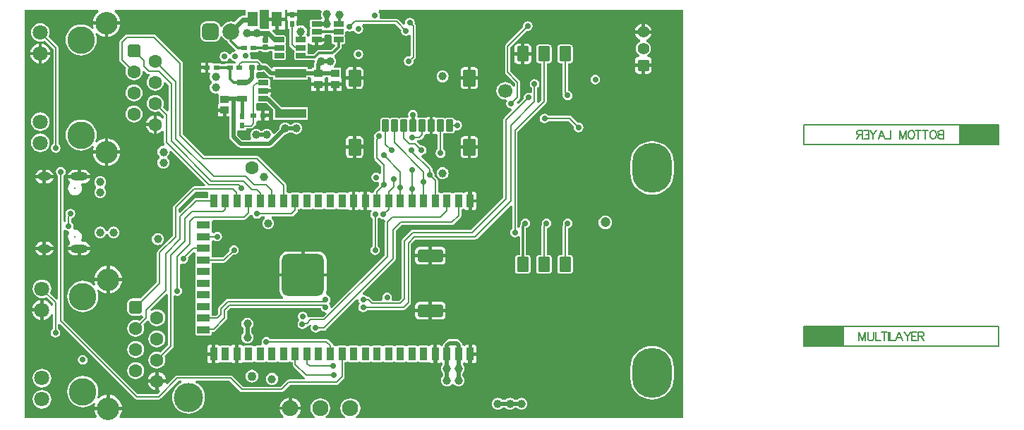
<source format=gbl>
G04*
G04 #@! TF.GenerationSoftware,Altium Limited,Altium Designer,20.0.2 (26)*
G04*
G04 Layer_Physical_Order=4*
G04 Layer_Color=16711680*
%FSLAX44Y44*%
%MOMM*%
G71*
G01*
G75*
%ADD10C,0.2000*%
%ADD13C,0.1270*%
%ADD14R,4.8260X2.4130*%
%ADD15R,0.7500X0.6000*%
G04:AMPARAMS|DCode=17|XSize=0.64mm|YSize=0.6mm|CornerRadius=0.045mm|HoleSize=0mm|Usage=FLASHONLY|Rotation=0.000|XOffset=0mm|YOffset=0mm|HoleType=Round|Shape=RoundedRectangle|*
%AMROUNDEDRECTD17*
21,1,0.6400,0.5100,0,0,0.0*
21,1,0.5500,0.6000,0,0,0.0*
1,1,0.0900,0.2750,-0.2550*
1,1,0.0900,-0.2750,-0.2550*
1,1,0.0900,-0.2750,0.2550*
1,1,0.0900,0.2750,0.2550*
%
%ADD17ROUNDEDRECTD17*%
G04:AMPARAMS|DCode=20|XSize=0.64mm|YSize=0.6mm|CornerRadius=0.045mm|HoleSize=0mm|Usage=FLASHONLY|Rotation=270.000|XOffset=0mm|YOffset=0mm|HoleType=Round|Shape=RoundedRectangle|*
%AMROUNDEDRECTD20*
21,1,0.6400,0.5100,0,0,270.0*
21,1,0.5500,0.6000,0,0,270.0*
1,1,0.0900,-0.2550,-0.2750*
1,1,0.0900,-0.2550,0.2750*
1,1,0.0900,0.2550,0.2750*
1,1,0.0900,0.2550,-0.2750*
%
%ADD20ROUNDEDRECTD20*%
%ADD21R,0.6000X0.7500*%
%ADD37R,1.3000X1.8000*%
%ADD75C,2.0000*%
G04:AMPARAMS|DCode=76|XSize=2mm|YSize=2mm|CornerRadius=0.5mm|HoleSize=0mm|Usage=FLASHONLY|Rotation=180.000|XOffset=0mm|YOffset=0mm|HoleType=Round|Shape=RoundedRectangle|*
%AMROUNDEDRECTD76*
21,1,2.0000,1.0000,0,0,180.0*
21,1,1.0000,2.0000,0,0,180.0*
1,1,1.0000,-0.5000,0.5000*
1,1,1.0000,0.5000,0.5000*
1,1,1.0000,0.5000,-0.5000*
1,1,1.0000,-0.5000,-0.5000*
%
%ADD76ROUNDEDRECTD76*%
%ADD85C,0.4000*%
%ADD86C,0.5000*%
%ADD87C,0.2100*%
%ADD89C,0.3000*%
%ADD90C,0.6000*%
%ADD93C,1.4000*%
G04:AMPARAMS|DCode=94|XSize=1.4mm|YSize=1.4mm|CornerRadius=0.14mm|HoleSize=0mm|Usage=FLASHONLY|Rotation=90.000|XOffset=0mm|YOffset=0mm|HoleType=Round|Shape=RoundedRectangle|*
%AMROUNDEDRECTD94*
21,1,1.4000,1.1200,0,0,90.0*
21,1,1.1200,1.4000,0,0,90.0*
1,1,0.2800,0.5600,0.5600*
1,1,0.2800,0.5600,-0.5600*
1,1,0.2800,-0.5600,-0.5600*
1,1,0.2800,-0.5600,0.5600*
%
%ADD94ROUNDEDRECTD94*%
%ADD95C,1.2000*%
%ADD96C,1.7000*%
%ADD97C,3.5000*%
%ADD98O,4.8000X6.0000*%
%ADD99C,1.6000*%
%ADD100C,1.1000*%
%ADD101O,1.9500X1.9000*%
%ADD102C,0.2500*%
%ADD103O,2.1000X1.0000*%
%ADD104O,1.6000X1.0000*%
%ADD105C,3.3000*%
%ADD106C,2.7000*%
%ADD107C,1.8000*%
G04:AMPARAMS|DCode=108|XSize=1.6mm|YSize=1.6mm|CornerRadius=0.4mm|HoleSize=0mm|Usage=FLASHONLY|Rotation=90.000|XOffset=0mm|YOffset=0mm|HoleType=Round|Shape=RoundedRectangle|*
%AMROUNDEDRECTD108*
21,1,1.6000,0.8000,0,0,90.0*
21,1,0.8000,1.6000,0,0,90.0*
1,1,0.8000,0.4000,0.4000*
1,1,0.8000,0.4000,-0.4000*
1,1,0.8000,-0.4000,-0.4000*
1,1,0.8000,-0.4000,0.4000*
%
%ADD108ROUNDEDRECTD108*%
%ADD109C,0.7200*%
%ADD110C,1.0000*%
G04:AMPARAMS|DCode=112|XSize=1.8mm|YSize=1.4mm|CornerRadius=0.105mm|HoleSize=0mm|Usage=FLASHONLY|Rotation=270.000|XOffset=0mm|YOffset=0mm|HoleType=Round|Shape=RoundedRectangle|*
%AMROUNDEDRECTD112*
21,1,1.8000,1.1900,0,0,270.0*
21,1,1.5900,1.4000,0,0,270.0*
1,1,0.2100,-0.5950,-0.7950*
1,1,0.2100,-0.5950,0.7950*
1,1,0.2100,0.5950,0.7950*
1,1,0.2100,0.5950,-0.7950*
%
%ADD112ROUNDEDRECTD112*%
G04:AMPARAMS|DCode=113|XSize=1.2mm|YSize=0.65mm|CornerRadius=0.065mm|HoleSize=0mm|Usage=FLASHONLY|Rotation=180.000|XOffset=0mm|YOffset=0mm|HoleType=Round|Shape=RoundedRectangle|*
%AMROUNDEDRECTD113*
21,1,1.2000,0.5200,0,0,180.0*
21,1,1.0700,0.6500,0,0,180.0*
1,1,0.1300,-0.5350,0.2600*
1,1,0.1300,0.5350,0.2600*
1,1,0.1300,0.5350,-0.2600*
1,1,0.1300,-0.5350,-0.2600*
%
%ADD113ROUNDEDRECTD113*%
%ADD114R,1.0000X0.9000*%
G04:AMPARAMS|DCode=115|XSize=1.6mm|YSize=0.9mm|CornerRadius=0.0675mm|HoleSize=0mm|Usage=FLASHONLY|Rotation=90.000|XOffset=0mm|YOffset=0mm|HoleType=Round|Shape=RoundedRectangle|*
%AMROUNDEDRECTD115*
21,1,1.6000,0.7650,0,0,90.0*
21,1,1.4650,0.9000,0,0,90.0*
1,1,0.1350,0.3825,0.7325*
1,1,0.1350,0.3825,-0.7325*
1,1,0.1350,-0.3825,-0.7325*
1,1,0.1350,-0.3825,0.7325*
%
%ADD115ROUNDEDRECTD115*%
G04:AMPARAMS|DCode=116|XSize=1.6mm|YSize=0.9mm|CornerRadius=0.0675mm|HoleSize=0mm|Usage=FLASHONLY|Rotation=180.000|XOffset=0mm|YOffset=0mm|HoleType=Round|Shape=RoundedRectangle|*
%AMROUNDEDRECTD116*
21,1,1.6000,0.7650,0,0,180.0*
21,1,1.4650,0.9000,0,0,180.0*
1,1,0.1350,-0.7325,0.3825*
1,1,0.1350,0.7325,0.3825*
1,1,0.1350,0.7325,-0.3825*
1,1,0.1350,-0.7325,-0.3825*
%
%ADD116ROUNDEDRECTD116*%
G04:AMPARAMS|DCode=117|XSize=1.5mm|YSize=3mm|CornerRadius=0.15mm|HoleSize=0mm|Usage=FLASHONLY|Rotation=270.000|XOffset=0mm|YOffset=0mm|HoleType=Round|Shape=RoundedRectangle|*
%AMROUNDEDRECTD117*
21,1,1.5000,2.7000,0,0,270.0*
21,1,1.2000,3.0000,0,0,270.0*
1,1,0.3000,-1.3500,-0.6000*
1,1,0.3000,-1.3500,0.6000*
1,1,0.3000,1.3500,0.6000*
1,1,0.3000,1.3500,-0.6000*
%
%ADD117ROUNDEDRECTD117*%
G04:AMPARAMS|DCode=118|XSize=5mm|YSize=5mm|CornerRadius=0.625mm|HoleSize=0mm|Usage=FLASHONLY|Rotation=270.000|XOffset=0mm|YOffset=0mm|HoleType=Round|Shape=RoundedRectangle|*
%AMROUNDEDRECTD118*
21,1,5.0000,3.7500,0,0,270.0*
21,1,3.7500,5.0000,0,0,270.0*
1,1,1.2500,-1.8750,-1.8750*
1,1,1.2500,-1.8750,1.8750*
1,1,1.2500,1.8750,1.8750*
1,1,1.2500,1.8750,-1.8750*
%
%ADD118ROUNDEDRECTD118*%
G04:AMPARAMS|DCode=119|XSize=1.45mm|YSize=2mm|CornerRadius=0.1088mm|HoleSize=0mm|Usage=FLASHONLY|Rotation=180.000|XOffset=0mm|YOffset=0mm|HoleType=Round|Shape=RoundedRectangle|*
%AMROUNDEDRECTD119*
21,1,1.4500,1.7825,0,0,180.0*
21,1,1.2325,2.0000,0,0,180.0*
1,1,0.2175,-0.6163,0.8913*
1,1,0.2175,0.6163,0.8913*
1,1,0.2175,0.6163,-0.8913*
1,1,0.2175,-0.6163,-0.8913*
%
%ADD119ROUNDEDRECTD119*%
G04:AMPARAMS|DCode=120|XSize=0.8mm|YSize=1.5mm|CornerRadius=0.06mm|HoleSize=0mm|Usage=FLASHONLY|Rotation=180.000|XOffset=0mm|YOffset=0mm|HoleType=Round|Shape=RoundedRectangle|*
%AMROUNDEDRECTD120*
21,1,0.8000,1.3800,0,0,180.0*
21,1,0.6800,1.5000,0,0,180.0*
1,1,0.1200,-0.3400,0.6900*
1,1,0.1200,0.3400,0.6900*
1,1,0.1200,0.3400,-0.6900*
1,1,0.1200,-0.3400,-0.6900*
%
%ADD120ROUNDEDRECTD120*%
%ADD121R,3.7000X1.1000*%
G36*
X1361516Y1492900D02*
X1361083Y1491853D01*
X1360839Y1490000D01*
X1361083Y1488147D01*
X1361798Y1486419D01*
X1362263Y1485814D01*
X1361100Y1483904D01*
X1350400D01*
X1349327Y1483690D01*
X1348417Y1483083D01*
X1347810Y1482173D01*
X1347596Y1481100D01*
Y1475900D01*
X1347810Y1474827D01*
X1348336Y1473750D01*
X1347810Y1472673D01*
X1347596Y1471600D01*
Y1466400D01*
X1347810Y1465327D01*
X1348072Y1464934D01*
X1347769Y1464731D01*
X1346962Y1463524D01*
X1346837Y1462895D01*
X1344696D01*
X1344640Y1463173D01*
X1344033Y1464083D01*
X1343197Y1465503D01*
X1343314Y1466794D01*
X1343667Y1467646D01*
X1343911Y1469500D01*
X1343667Y1471353D01*
X1342952Y1473081D01*
X1341814Y1474564D01*
X1340331Y1475702D01*
X1338604Y1476417D01*
X1336750Y1476661D01*
X1334897Y1476417D01*
X1333169Y1475702D01*
X1331100Y1476761D01*
Y1483000D01*
X1332000D01*
Y1487750D01*
X1326000D01*
X1320000D01*
Y1483000D01*
X1320900D01*
Y1472400D01*
X1322788D01*
Y1453750D01*
X1323033Y1452521D01*
X1323729Y1451479D01*
X1327229Y1447979D01*
X1328271Y1447283D01*
X1328582Y1447221D01*
X1328760Y1446327D01*
X1329286Y1445250D01*
X1328760Y1444173D01*
X1328546Y1443100D01*
Y1437900D01*
X1328760Y1436827D01*
X1329367Y1435917D01*
X1330277Y1435310D01*
X1331350Y1435096D01*
X1341116D01*
X1341200Y1435079D01*
X1351896D01*
X1353484Y1433993D01*
X1353761Y1433057D01*
X1352917Y1431795D01*
X1352560Y1430000D01*
Y1425850D01*
X1350150D01*
Y1423957D01*
X1344850D01*
Y1426867D01*
X1303650D01*
Y1426203D01*
X1301550Y1425333D01*
X1297566Y1429316D01*
X1296045Y1430333D01*
X1294250Y1430690D01*
X1291386D01*
X1290695Y1431152D01*
X1290057Y1431279D01*
X1289967Y1431729D01*
X1289271Y1432771D01*
X1286771Y1435271D01*
X1285729Y1435967D01*
X1284500Y1436212D01*
X1277157D01*
X1275976Y1438312D01*
X1276312Y1440000D01*
X1275869Y1442224D01*
X1275484Y1442800D01*
X1276607Y1444900D01*
X1285850D01*
Y1446254D01*
X1289299D01*
X1289662Y1445712D01*
X1290505Y1445148D01*
X1291500Y1444950D01*
X1297000D01*
X1297995Y1445148D01*
X1298838Y1445712D01*
X1299251Y1446329D01*
X1301741D01*
X1302805Y1444265D01*
X1302760Y1444173D01*
X1302546Y1443100D01*
Y1437900D01*
X1302760Y1436827D01*
X1303367Y1435917D01*
X1304277Y1435310D01*
X1305350Y1435096D01*
X1316050D01*
X1317123Y1435310D01*
X1318033Y1435917D01*
X1318640Y1436827D01*
X1318854Y1437900D01*
Y1443100D01*
X1318640Y1444173D01*
X1318114Y1445250D01*
X1318640Y1446327D01*
X1318854Y1447400D01*
Y1452600D01*
X1318640Y1453673D01*
X1318114Y1454750D01*
X1318640Y1455827D01*
X1318854Y1456900D01*
Y1462100D01*
X1318640Y1463173D01*
X1318033Y1464083D01*
X1317123Y1464690D01*
X1316050Y1464904D01*
X1307200D01*
X1302204Y1469900D01*
X1303074Y1472000D01*
X1306000D01*
Y1482000D01*
X1298500D01*
Y1473180D01*
X1297550Y1472400D01*
X1297550Y1472400D01*
X1293625D01*
X1293625Y1472400D01*
X1293625Y1472400D01*
X1289136D01*
X1287831Y1473402D01*
X1287600Y1473497D01*
Y1495000D01*
X1298500D01*
Y1486000D01*
X1308000D01*
X1317500D01*
Y1495000D01*
X1320000D01*
Y1491750D01*
X1326000D01*
X1332000D01*
Y1495000D01*
X1360474D01*
X1361516Y1492900D01*
D02*
G37*
G36*
X1795000Y1005000D02*
X1403118D01*
X1402805Y1005615D01*
X1402560Y1007100D01*
X1404615Y1008677D01*
X1406474Y1011100D01*
X1407643Y1013922D01*
X1408041Y1016950D01*
X1407643Y1019978D01*
X1406474Y1022800D01*
X1404615Y1025223D01*
X1402191Y1027082D01*
X1399370Y1028251D01*
X1396341Y1028650D01*
X1395841D01*
X1392813Y1028251D01*
X1389991Y1027082D01*
X1387568Y1025223D01*
X1385709Y1022800D01*
X1384540Y1019978D01*
X1384141Y1016950D01*
X1384540Y1013922D01*
X1385709Y1011100D01*
X1387568Y1008677D01*
X1389623Y1007100D01*
X1389378Y1005615D01*
X1389065Y1005000D01*
X1366976D01*
X1366524Y1005964D01*
X1366403Y1007100D01*
X1368523Y1008727D01*
X1370383Y1011150D01*
X1371551Y1013972D01*
X1371950Y1017000D01*
X1371551Y1020028D01*
X1370383Y1022850D01*
X1368523Y1025273D01*
X1366100Y1027133D01*
X1363278Y1028301D01*
X1360250Y1028700D01*
X1359750D01*
X1356722Y1028301D01*
X1353900Y1027133D01*
X1351477Y1025273D01*
X1349617Y1022850D01*
X1348449Y1020028D01*
X1348050Y1017000D01*
X1348449Y1013972D01*
X1349617Y1011150D01*
X1351477Y1008727D01*
X1353597Y1007100D01*
X1353476Y1005964D01*
X1353024Y1005000D01*
X1332594D01*
X1331882Y1007100D01*
X1333165Y1008085D01*
X1335169Y1010696D01*
X1336428Y1013737D01*
X1336595Y1015000D01*
X1311405D01*
X1311572Y1013737D01*
X1312831Y1010696D01*
X1314835Y1008085D01*
X1316118Y1007100D01*
X1315406Y1005000D01*
X1119872D01*
X1118974Y1006898D01*
X1119336Y1007339D01*
X1120868Y1010205D01*
X1121811Y1013315D01*
X1121933Y1014550D01*
X1105550D01*
X1089167D01*
X1089289Y1013315D01*
X1090232Y1010205D01*
X1091764Y1007339D01*
X1092126Y1006898D01*
X1091228Y1005000D01*
X1005000D01*
Y1495000D01*
X1093277D01*
X1093582Y1494493D01*
X1093930Y1492900D01*
X1091826Y1491174D01*
X1089764Y1488661D01*
X1088232Y1485795D01*
X1087289Y1482685D01*
X1087167Y1481450D01*
X1103550D01*
X1119933D01*
X1119811Y1482685D01*
X1118868Y1485795D01*
X1117336Y1488661D01*
X1115274Y1491174D01*
X1113170Y1492900D01*
X1113518Y1494493D01*
X1113823Y1495000D01*
X1270400D01*
Y1488465D01*
X1267015D01*
X1267015Y1488465D01*
X1265025Y1488069D01*
X1263338Y1486942D01*
X1257061Y1480665D01*
X1256159Y1481039D01*
X1253000Y1481454D01*
X1249841Y1481039D01*
X1246898Y1479819D01*
X1244370Y1477880D01*
X1242431Y1475352D01*
X1242206Y1474809D01*
X1240050Y1475093D01*
X1239917Y1476104D01*
X1239202Y1477831D01*
X1238064Y1479314D01*
X1236581Y1480452D01*
X1234854Y1481167D01*
X1233000Y1481411D01*
X1223000D01*
X1221146Y1481167D01*
X1219419Y1480452D01*
X1217936Y1479314D01*
X1216798Y1477831D01*
X1216083Y1476104D01*
X1215839Y1474250D01*
Y1464250D01*
X1216083Y1462397D01*
X1216798Y1460669D01*
X1217936Y1459186D01*
X1219419Y1458048D01*
X1221146Y1457333D01*
X1223000Y1457089D01*
X1233000D01*
X1234854Y1457333D01*
X1236581Y1458048D01*
X1238064Y1459186D01*
X1239202Y1460669D01*
X1239917Y1462397D01*
X1240050Y1463407D01*
X1242206Y1463691D01*
X1242431Y1463148D01*
X1244370Y1460620D01*
X1246898Y1458681D01*
X1249346Y1457666D01*
X1249609Y1456345D01*
X1250405Y1455155D01*
X1258155Y1447404D01*
X1258223Y1447359D01*
X1257873Y1445845D01*
X1257563Y1445274D01*
X1255526Y1444869D01*
X1253641Y1443609D01*
X1252442Y1441816D01*
X1251174Y1441607D01*
X1250231Y1441681D01*
X1249109Y1443360D01*
X1247224Y1444619D01*
X1245000Y1445062D01*
X1242776Y1444619D01*
X1240891Y1443360D01*
X1239631Y1441474D01*
X1239188Y1439250D01*
X1239631Y1437026D01*
X1240891Y1435141D01*
X1242776Y1433881D01*
X1245000Y1433438D01*
X1247224Y1433881D01*
X1249109Y1435141D01*
X1250308Y1436934D01*
X1251576Y1437143D01*
X1252519Y1437069D01*
X1253641Y1435391D01*
X1255526Y1434131D01*
X1257559Y1433726D01*
X1257982Y1433266D01*
X1258812Y1431759D01*
X1258529Y1431300D01*
X1245650D01*
Y1429870D01*
X1241100D01*
Y1431300D01*
X1230500D01*
Y1432200D01*
X1225750D01*
Y1426200D01*
Y1420200D01*
X1226924D01*
X1227996Y1418100D01*
X1227583Y1417103D01*
X1227339Y1415250D01*
X1227583Y1413396D01*
X1228298Y1411669D01*
X1229436Y1410186D01*
X1229797Y1409910D01*
Y1407340D01*
X1229436Y1407064D01*
X1228298Y1405581D01*
X1227583Y1403853D01*
X1227339Y1402000D01*
X1227583Y1400147D01*
X1228298Y1398419D01*
X1229436Y1396936D01*
X1230919Y1395798D01*
X1232646Y1395083D01*
X1234500Y1394839D01*
X1236134Y1395054D01*
X1236590Y1394882D01*
X1238150Y1393554D01*
Y1382250D01*
X1237250D01*
Y1376750D01*
X1245250D01*
Y1374750D01*
X1247250D01*
Y1367250D01*
X1250935D01*
Y1342875D01*
X1251292Y1341080D01*
X1252309Y1339559D01*
X1260934Y1330934D01*
X1262455Y1329917D01*
X1264250Y1329560D01*
X1299250D01*
X1301045Y1329917D01*
X1302566Y1330934D01*
X1317533Y1345900D01*
X1318000Y1345839D01*
X1319854Y1346083D01*
X1321581Y1346798D01*
X1323064Y1347936D01*
X1323351Y1348310D01*
X1325900D01*
X1326186Y1347936D01*
X1327669Y1346798D01*
X1329397Y1346083D01*
X1331250Y1345839D01*
X1333103Y1346083D01*
X1334831Y1346798D01*
X1336314Y1347936D01*
X1337452Y1349419D01*
X1338167Y1351147D01*
X1338411Y1353000D01*
X1338167Y1354854D01*
X1337452Y1356581D01*
X1336314Y1358064D01*
X1334831Y1359202D01*
X1333103Y1359917D01*
X1331250Y1360161D01*
X1329397Y1359917D01*
X1327669Y1359202D01*
X1326186Y1358064D01*
X1325900Y1357690D01*
X1323351D01*
X1323064Y1358064D01*
X1321581Y1359202D01*
X1319854Y1359917D01*
X1318000Y1360161D01*
X1316147Y1359917D01*
X1314419Y1359202D01*
X1312936Y1358064D01*
X1311798Y1356581D01*
X1311083Y1354854D01*
X1310839Y1353000D01*
X1310900Y1352533D01*
X1304865Y1346498D01*
X1302667Y1347103D01*
X1301952Y1348831D01*
X1300814Y1350314D01*
X1299331Y1351452D01*
X1297603Y1352167D01*
X1295750Y1352411D01*
X1293896Y1352167D01*
X1292169Y1351452D01*
X1290686Y1350314D01*
X1290555Y1350143D01*
X1288445D01*
X1288314Y1350314D01*
X1286831Y1351452D01*
X1285103Y1352167D01*
X1283250Y1352411D01*
X1281396Y1352167D01*
X1279669Y1351452D01*
X1278186Y1350314D01*
X1277048Y1348831D01*
X1276333Y1347103D01*
X1276089Y1345250D01*
X1276333Y1343397D01*
X1277048Y1341669D01*
X1277531Y1341040D01*
X1276495Y1338940D01*
X1266193D01*
X1260315Y1344818D01*
Y1348439D01*
X1260650Y1350400D01*
X1270850D01*
Y1352788D01*
X1276750D01*
X1277979Y1353033D01*
X1279021Y1353729D01*
X1282021Y1356729D01*
X1282717Y1357771D01*
X1282962Y1359000D01*
Y1361144D01*
X1284500Y1362500D01*
X1289250D01*
Y1368500D01*
Y1374500D01*
X1284500D01*
X1282962Y1375856D01*
Y1382807D01*
X1283053Y1382892D01*
X1285062Y1383737D01*
X1285327Y1383560D01*
X1286400Y1383346D01*
X1295771D01*
X1303650Y1375467D01*
Y1363633D01*
X1344850D01*
Y1378833D01*
X1313550D01*
X1300983Y1391400D01*
X1300334Y1392239D01*
X1300538Y1394226D01*
X1300822Y1395650D01*
Y1396250D01*
X1291750D01*
Y1400250D01*
X1300822D01*
Y1400850D01*
X1300538Y1402274D01*
X1299731Y1403481D01*
X1299428Y1403684D01*
X1299690Y1404077D01*
X1299904Y1405150D01*
Y1410350D01*
X1299690Y1411423D01*
X1299083Y1412333D01*
X1298173Y1412941D01*
X1297100Y1413154D01*
X1286400D01*
X1285327Y1412941D01*
X1285083Y1412777D01*
X1284753Y1412829D01*
X1283040Y1413764D01*
Y1418892D01*
X1284600Y1420650D01*
X1289700D01*
X1290695Y1420848D01*
X1291386Y1421310D01*
X1292307D01*
X1297667Y1415951D01*
X1299188Y1414934D01*
X1300983Y1414577D01*
X1303650D01*
Y1411667D01*
X1344850D01*
Y1414577D01*
X1347700D01*
X1349250Y1413250D01*
Y1407750D01*
X1365250D01*
Y1413250D01*
X1366807Y1414560D01*
X1368193D01*
X1369750Y1413250D01*
Y1407750D01*
X1385750D01*
Y1413250D01*
X1384850D01*
Y1425850D01*
X1376489D01*
X1375854Y1427950D01*
X1376814Y1428686D01*
X1377952Y1430169D01*
X1378667Y1431897D01*
X1378911Y1433750D01*
X1378667Y1435603D01*
X1377952Y1437331D01*
X1377058Y1438495D01*
X1376996Y1439727D01*
X1377264Y1441072D01*
X1377288Y1441097D01*
X1384346Y1448155D01*
X1385141Y1449345D01*
X1385421Y1450750D01*
Y1454096D01*
X1387100D01*
X1388173Y1454310D01*
X1389083Y1454917D01*
X1389690Y1455827D01*
X1389904Y1456900D01*
Y1462100D01*
X1389690Y1463173D01*
X1389164Y1464250D01*
X1389690Y1465327D01*
X1389904Y1466400D01*
Y1469060D01*
X1392004Y1470183D01*
X1392795Y1469654D01*
X1395019Y1469211D01*
X1397243Y1469654D01*
X1398232Y1470314D01*
X1399973Y1470283D01*
X1400778Y1469682D01*
X1401640Y1468391D01*
X1403526Y1467131D01*
X1405750Y1466688D01*
X1407974Y1467131D01*
X1409859Y1468391D01*
X1411119Y1470276D01*
X1411562Y1472500D01*
X1411119Y1474724D01*
X1410141Y1476188D01*
X1410641Y1477692D01*
X1411071Y1478288D01*
X1449920D01*
X1457149Y1471059D01*
X1456938Y1470000D01*
X1457381Y1467776D01*
X1458641Y1465891D01*
X1460526Y1464631D01*
X1462750Y1464188D01*
X1464974Y1464631D01*
X1466188Y1465442D01*
X1468242Y1464557D01*
X1468288Y1464512D01*
Y1441030D01*
X1466530Y1439506D01*
X1466250Y1439562D01*
X1464026Y1439119D01*
X1462141Y1437859D01*
X1460881Y1435974D01*
X1460438Y1433750D01*
X1460881Y1431526D01*
X1462141Y1429641D01*
X1464026Y1428381D01*
X1466250Y1427938D01*
X1468474Y1428381D01*
X1470359Y1429641D01*
X1471619Y1431526D01*
X1472062Y1433750D01*
X1471851Y1434809D01*
X1473771Y1436729D01*
X1474467Y1437771D01*
X1474712Y1439000D01*
Y1476250D01*
X1474467Y1477479D01*
X1473771Y1478521D01*
X1473101Y1479191D01*
X1473312Y1480250D01*
X1472869Y1482474D01*
X1471609Y1484359D01*
X1469724Y1485619D01*
X1467500Y1486062D01*
X1465276Y1485619D01*
X1463391Y1484359D01*
X1462131Y1482474D01*
X1461688Y1480250D01*
X1462105Y1478157D01*
X1462013Y1478029D01*
X1459996Y1477296D01*
X1453521Y1483771D01*
X1452479Y1484467D01*
X1451250Y1484712D01*
X1432016D01*
X1430869Y1486776D01*
X1431312Y1489000D01*
X1430869Y1491224D01*
X1429749Y1492900D01*
X1429990Y1493866D01*
X1430560Y1495000D01*
X1795000D01*
Y1005000D01*
D02*
G37*
G36*
X1373855Y1463265D02*
X1373810Y1463173D01*
X1373596Y1462100D01*
Y1456900D01*
X1373810Y1455827D01*
X1374417Y1454917D01*
X1375327Y1454310D01*
X1376400Y1454096D01*
X1377417D01*
X1377805Y1451996D01*
X1373148Y1447339D01*
X1358081D01*
X1356676Y1447060D01*
X1355486Y1446264D01*
X1351642Y1442421D01*
X1344854D01*
Y1443100D01*
X1344640Y1444173D01*
X1344114Y1445250D01*
X1344640Y1446327D01*
X1344854Y1447400D01*
Y1452600D01*
X1344640Y1453673D01*
X1344423Y1454117D01*
X1344925Y1455033D01*
X1345564Y1455172D01*
X1347291Y1454983D01*
X1347769Y1454268D01*
X1348976Y1453462D01*
X1350400Y1453179D01*
X1353750D01*
Y1459500D01*
X1355750D01*
Y1461500D01*
X1364821D01*
Y1462100D01*
X1364597Y1463230D01*
X1364903Y1464024D01*
X1365858Y1465329D01*
X1372791D01*
X1373855Y1463265D01*
D02*
G37*
%LPC*%
G36*
X1317500Y1482000D02*
X1310000D01*
Y1472000D01*
X1317500D01*
Y1482000D01*
D02*
G37*
G36*
X1749500Y1478573D02*
Y1470750D01*
X1757323D01*
X1757243Y1471360D01*
X1756235Y1473793D01*
X1754632Y1475882D01*
X1752543Y1477485D01*
X1750110Y1478493D01*
X1749500Y1478573D01*
D02*
G37*
G36*
X1745500Y1478573D02*
X1744890Y1478493D01*
X1742457Y1477485D01*
X1740368Y1475882D01*
X1738765Y1473793D01*
X1737757Y1471360D01*
X1737677Y1470750D01*
X1745500D01*
Y1478573D01*
D02*
G37*
G36*
X1609000Y1481812D02*
X1606776Y1481369D01*
X1604890Y1480110D01*
X1603631Y1478224D01*
X1603188Y1476000D01*
X1603399Y1474941D01*
X1582479Y1454021D01*
X1581783Y1452979D01*
X1581538Y1451750D01*
Y1420500D01*
X1581783Y1419271D01*
X1582479Y1418229D01*
X1593538Y1407170D01*
Y1403531D01*
X1591438Y1403113D01*
X1591259Y1403546D01*
X1589560Y1405760D01*
X1587346Y1407459D01*
X1584767Y1408527D01*
X1582000Y1408891D01*
X1579233Y1408527D01*
X1576654Y1407459D01*
X1574440Y1405760D01*
X1572741Y1403546D01*
X1571673Y1400967D01*
X1571309Y1398200D01*
X1571673Y1395433D01*
X1572741Y1392854D01*
X1574440Y1390640D01*
X1576654Y1388941D01*
X1579233Y1387873D01*
X1582000Y1387509D01*
X1582876Y1387624D01*
X1584093Y1385666D01*
X1583631Y1384974D01*
X1583188Y1382750D01*
X1583631Y1380526D01*
X1584890Y1378640D01*
X1586776Y1377381D01*
X1588939Y1376951D01*
X1589126Y1376677D01*
X1589943Y1374985D01*
X1580729Y1365771D01*
X1580033Y1364729D01*
X1579788Y1363500D01*
Y1269830D01*
X1541020Y1231062D01*
X1471095D01*
X1469866Y1230817D01*
X1468824Y1230121D01*
X1458729Y1220026D01*
X1458033Y1218985D01*
X1457788Y1217755D01*
Y1149330D01*
X1454420Y1145962D01*
X1446766D01*
X1445619Y1148026D01*
X1446062Y1150250D01*
X1445619Y1152474D01*
X1444359Y1154360D01*
X1442474Y1155619D01*
X1440250Y1156062D01*
X1438026Y1155619D01*
X1436140Y1154360D01*
X1434881Y1152474D01*
X1434438Y1150250D01*
X1434881Y1148026D01*
X1433734Y1145962D01*
X1423336D01*
X1419576Y1149721D01*
X1418535Y1150417D01*
X1417305Y1150662D01*
X1416209D01*
X1415609Y1151560D01*
X1413724Y1152819D01*
X1411728Y1153216D01*
X1411237Y1154023D01*
X1410807Y1155265D01*
X1449420Y1193878D01*
X1450117Y1194920D01*
X1450361Y1196150D01*
Y1229520D01*
X1457730Y1236889D01*
X1517899D01*
X1519129Y1237133D01*
X1520170Y1237830D01*
X1528271Y1245930D01*
X1528967Y1246972D01*
X1529212Y1248201D01*
Y1255846D01*
X1529825D01*
X1530908Y1256061D01*
X1531088Y1256181D01*
X1531837Y1256670D01*
X1533797Y1255844D01*
X1534741Y1255213D01*
X1536175Y1254928D01*
X1538000D01*
Y1266000D01*
Y1277072D01*
X1536175D01*
X1534741Y1276787D01*
X1533797Y1276156D01*
X1531837Y1275330D01*
X1531088Y1275819D01*
X1530908Y1275939D01*
X1529825Y1276154D01*
X1522175D01*
X1521092Y1275939D01*
X1520174Y1275326D01*
X1517826D01*
X1516908Y1275939D01*
X1515825Y1276154D01*
X1508175D01*
X1507092Y1275939D01*
X1506227Y1275361D01*
X1506161Y1275326D01*
X1505000D01*
X1503839D01*
X1503773Y1275361D01*
X1502908Y1275939D01*
X1501825Y1276154D01*
X1501212D01*
Y1290250D01*
X1500967Y1291479D01*
X1500271Y1292521D01*
X1496851Y1295941D01*
X1497062Y1297000D01*
X1496619Y1299224D01*
X1495359Y1301109D01*
X1494332Y1301796D01*
Y1304120D01*
X1494087Y1305349D01*
X1493391Y1306391D01*
X1480856Y1318925D01*
X1481233Y1320103D01*
X1481761Y1320990D01*
X1483724Y1321381D01*
X1485609Y1322641D01*
X1486869Y1324526D01*
X1487312Y1326750D01*
X1486869Y1328974D01*
X1485609Y1330860D01*
X1483724Y1332119D01*
X1481500Y1332562D01*
X1480441Y1332351D01*
X1475854Y1336938D01*
X1475874Y1337293D01*
X1476532Y1339038D01*
X1479000D01*
X1480229Y1339283D01*
X1481271Y1339979D01*
X1484271Y1342979D01*
X1484967Y1344021D01*
X1485212Y1345250D01*
Y1345908D01*
X1486099Y1346451D01*
X1487312Y1346799D01*
X1488195Y1346209D01*
X1489600Y1345930D01*
X1491000D01*
Y1356500D01*
Y1367070D01*
X1489600D01*
X1488195Y1366791D01*
X1487005Y1365995D01*
X1486810Y1365705D01*
X1486454Y1365943D01*
X1485400Y1366153D01*
X1478600D01*
X1478075Y1366048D01*
X1477252Y1366641D01*
X1476851Y1367065D01*
X1476454Y1367704D01*
X1476812Y1369500D01*
X1476369Y1371724D01*
X1475110Y1373609D01*
X1473224Y1374869D01*
X1471000Y1375312D01*
X1468776Y1374869D01*
X1466891Y1373609D01*
X1465631Y1371724D01*
X1465188Y1369500D01*
X1465546Y1367704D01*
X1465149Y1367065D01*
X1464748Y1366641D01*
X1463925Y1366048D01*
X1463400Y1366153D01*
X1456600D01*
X1455547Y1365943D01*
X1454653Y1365347D01*
X1454347D01*
X1453454Y1365943D01*
X1452400Y1366153D01*
X1445600D01*
X1444547Y1365943D01*
X1443653Y1365347D01*
X1443347D01*
X1442453Y1365943D01*
X1441400Y1366153D01*
X1434600D01*
X1433546Y1365943D01*
X1432653Y1365347D01*
X1432057Y1364453D01*
X1431847Y1363400D01*
Y1351135D01*
X1430250Y1349312D01*
X1428026Y1348869D01*
X1426140Y1347610D01*
X1424881Y1345724D01*
X1424438Y1343500D01*
X1424881Y1341276D01*
X1425025Y1341060D01*
X1424788Y1339870D01*
Y1317250D01*
X1425033Y1316021D01*
X1425729Y1314979D01*
X1433288Y1307420D01*
Y1299253D01*
X1432033Y1298671D01*
X1431188Y1298474D01*
X1429474Y1299619D01*
X1427250Y1300062D01*
X1425026Y1299619D01*
X1423141Y1298360D01*
X1421881Y1296474D01*
X1421438Y1294250D01*
X1421881Y1292026D01*
X1423141Y1290141D01*
X1425026Y1288881D01*
X1427250Y1288438D01*
X1429067Y1288800D01*
X1429168Y1288754D01*
X1430221Y1287872D01*
X1430725Y1287191D01*
X1430438Y1285750D01*
X1430690Y1284483D01*
X1425729Y1279521D01*
X1425033Y1278479D01*
X1424788Y1277250D01*
Y1276154D01*
X1424175D01*
X1423092Y1275939D01*
X1422912Y1275819D01*
X1422163Y1275330D01*
X1420203Y1276156D01*
X1419259Y1276787D01*
X1417825Y1277072D01*
X1416000D01*
Y1266000D01*
Y1254928D01*
X1417825D01*
X1419259Y1255213D01*
X1420095Y1255772D01*
X1420390Y1255713D01*
X1420509Y1255629D01*
X1421640Y1253859D01*
X1420381Y1251974D01*
X1419938Y1249750D01*
X1420381Y1247526D01*
X1421640Y1245640D01*
X1422559Y1245027D01*
Y1211469D01*
X1421661Y1210870D01*
X1420401Y1208984D01*
X1419959Y1206760D01*
X1420401Y1204536D01*
X1421661Y1202651D01*
X1423547Y1201391D01*
X1425771Y1200948D01*
X1427995Y1201391D01*
X1429880Y1202651D01*
X1431140Y1204536D01*
X1431582Y1206760D01*
X1431140Y1208984D01*
X1429880Y1210870D01*
X1428983Y1211469D01*
Y1245055D01*
X1429229Y1245219D01*
X1431641Y1245390D01*
X1433526Y1244131D01*
X1435750Y1243688D01*
X1436691Y1243876D01*
X1437954Y1241986D01*
X1437783Y1241729D01*
X1437538Y1240500D01*
Y1200580D01*
X1373978Y1137020D01*
X1372043Y1138055D01*
X1372062Y1138150D01*
X1371619Y1140374D01*
X1371027Y1141261D01*
X1370533Y1142800D01*
X1371027Y1144339D01*
X1371619Y1145226D01*
X1372062Y1147450D01*
X1371619Y1149674D01*
X1370359Y1151560D01*
X1368474Y1152819D01*
X1368154Y1152883D01*
X1366873Y1155279D01*
X1367102Y1155831D01*
X1367420Y1158246D01*
Y1174996D01*
X1339340D01*
X1311260D01*
Y1158246D01*
X1311578Y1155831D01*
X1312510Y1153581D01*
X1313993Y1151649D01*
X1315605Y1150412D01*
X1315457Y1149189D01*
X1315036Y1148312D01*
X1249100D01*
X1247871Y1148067D01*
X1246829Y1147371D01*
X1238479Y1139021D01*
X1237783Y1137979D01*
X1237538Y1136750D01*
Y1130580D01*
X1235170Y1128212D01*
X1230154D01*
Y1128825D01*
X1229939Y1129908D01*
X1229361Y1130773D01*
X1229326Y1130839D01*
Y1132000D01*
Y1133161D01*
X1229361Y1133227D01*
X1229939Y1134092D01*
X1230154Y1135175D01*
Y1142825D01*
X1229939Y1143908D01*
X1229361Y1144773D01*
X1229326Y1144839D01*
Y1146000D01*
Y1147161D01*
X1229361Y1147227D01*
X1229939Y1148092D01*
X1230154Y1149175D01*
Y1156825D01*
X1229939Y1157908D01*
X1229361Y1158773D01*
X1229326Y1158839D01*
Y1160000D01*
Y1161161D01*
X1229361Y1161227D01*
X1229939Y1162092D01*
X1230154Y1163175D01*
Y1170825D01*
X1229939Y1171908D01*
X1229361Y1172773D01*
X1229326Y1172839D01*
Y1174000D01*
Y1175161D01*
X1229361Y1175227D01*
X1229939Y1176092D01*
X1230154Y1177175D01*
Y1184825D01*
X1229939Y1185908D01*
X1229361Y1186773D01*
X1229326Y1186839D01*
Y1188000D01*
Y1189161D01*
X1229361Y1189227D01*
X1229939Y1190092D01*
X1230154Y1191175D01*
Y1191788D01*
X1244500D01*
X1245729Y1192033D01*
X1246771Y1192729D01*
X1255441Y1201399D01*
X1256500Y1201188D01*
X1258724Y1201631D01*
X1260610Y1202890D01*
X1261869Y1204776D01*
X1262312Y1207000D01*
X1261869Y1209224D01*
X1260610Y1211109D01*
X1258724Y1212369D01*
X1256500Y1212812D01*
X1254276Y1212369D01*
X1252391Y1211109D01*
X1251131Y1209224D01*
X1250688Y1207000D01*
X1250899Y1205941D01*
X1243170Y1198212D01*
X1230154D01*
Y1198825D01*
X1229939Y1199908D01*
X1229361Y1200773D01*
X1229326Y1200839D01*
Y1202000D01*
Y1203161D01*
X1229361Y1203227D01*
X1229939Y1204092D01*
X1230154Y1205175D01*
Y1212825D01*
X1229939Y1213908D01*
X1229361Y1214773D01*
X1229326Y1214839D01*
Y1216000D01*
Y1217161D01*
X1229361Y1217227D01*
X1229361Y1217227D01*
X1230352Y1218259D01*
X1232191Y1218991D01*
X1234076Y1217731D01*
X1236300Y1217288D01*
X1238524Y1217731D01*
X1240409Y1218991D01*
X1241669Y1220876D01*
X1242112Y1223100D01*
X1241669Y1225324D01*
X1240409Y1227209D01*
X1238524Y1228469D01*
X1236300Y1228912D01*
X1234076Y1228469D01*
X1232191Y1227209D01*
X1230844Y1227500D01*
X1229361Y1228773D01*
X1229361Y1228773D01*
X1229326Y1228839D01*
Y1230000D01*
Y1231161D01*
X1229361Y1231227D01*
X1229939Y1232092D01*
X1230154Y1233175D01*
Y1240825D01*
X1230082Y1241188D01*
X1231142Y1242943D01*
X1231542Y1243288D01*
X1268750D01*
X1269979Y1243533D01*
X1271021Y1244229D01*
X1276212Y1249420D01*
X1276508Y1249422D01*
X1278446Y1248954D01*
X1278631Y1248026D01*
X1279891Y1246141D01*
X1281776Y1244881D01*
X1284000Y1244438D01*
X1286224Y1244881D01*
X1288109Y1246141D01*
X1288709Y1247038D01*
X1292981D01*
X1293306Y1246397D01*
X1293540Y1244938D01*
X1292421Y1244079D01*
X1291283Y1242596D01*
X1290567Y1240869D01*
X1290323Y1239016D01*
X1290567Y1237162D01*
X1291283Y1235435D01*
X1292421Y1233952D01*
X1293904Y1232814D01*
X1295631Y1232098D01*
X1297484Y1231854D01*
X1299338Y1232098D01*
X1301065Y1232814D01*
X1302548Y1233952D01*
X1303686Y1235435D01*
X1304402Y1237162D01*
X1304646Y1239016D01*
X1304402Y1240869D01*
X1303686Y1242596D01*
X1302548Y1244079D01*
X1301429Y1244938D01*
X1301663Y1246397D01*
X1301988Y1247038D01*
X1325750D01*
X1326979Y1247283D01*
X1328021Y1247979D01*
X1332271Y1252229D01*
X1332967Y1253271D01*
X1333212Y1254500D01*
Y1255846D01*
X1333825D01*
X1334908Y1256061D01*
X1335773Y1256639D01*
X1335839Y1256674D01*
X1337000D01*
X1338161D01*
X1338227Y1256639D01*
X1339092Y1256061D01*
X1340175Y1255846D01*
X1347825D01*
X1348908Y1256061D01*
X1349773Y1256639D01*
X1349839Y1256674D01*
X1351000D01*
X1352161D01*
X1352227Y1256639D01*
X1353092Y1256061D01*
X1354175Y1255846D01*
X1361825D01*
X1362908Y1256061D01*
X1363773Y1256639D01*
X1363839Y1256674D01*
X1365000D01*
X1366161D01*
X1366227Y1256639D01*
X1367092Y1256061D01*
X1368175Y1255846D01*
X1375825D01*
X1376908Y1256061D01*
X1377773Y1256639D01*
X1377839Y1256674D01*
X1379000D01*
X1380161D01*
X1380227Y1256639D01*
X1381092Y1256061D01*
X1382175Y1255846D01*
X1389825D01*
X1390908Y1256061D01*
X1391088Y1256181D01*
X1391837Y1256670D01*
X1393797Y1255844D01*
X1394741Y1255213D01*
X1396175Y1254928D01*
X1398000D01*
Y1266000D01*
Y1277072D01*
X1396175D01*
X1394741Y1276787D01*
X1393797Y1276156D01*
X1391837Y1275330D01*
X1391088Y1275819D01*
X1390908Y1275939D01*
X1389825Y1276154D01*
X1382175D01*
X1381092Y1275939D01*
X1380227Y1275361D01*
X1380161Y1275326D01*
X1379000D01*
X1377839D01*
X1377773Y1275361D01*
X1376908Y1275939D01*
X1375825Y1276154D01*
X1368175D01*
X1367092Y1275939D01*
X1366227Y1275361D01*
X1366161Y1275326D01*
X1365000D01*
X1363839D01*
X1363773Y1275361D01*
X1362908Y1275939D01*
X1361825Y1276154D01*
X1354175D01*
X1353092Y1275939D01*
X1352227Y1275361D01*
X1352161Y1275326D01*
X1351000D01*
X1349839D01*
X1349773Y1275361D01*
X1348908Y1275939D01*
X1347825Y1276154D01*
X1340175D01*
X1339092Y1275939D01*
X1338227Y1275361D01*
X1338161Y1275326D01*
X1337000D01*
X1335839D01*
X1335773Y1275361D01*
X1334908Y1275939D01*
X1333825Y1276154D01*
X1326175D01*
X1325092Y1275939D01*
X1324174Y1275326D01*
X1321826D01*
X1320908Y1275939D01*
X1319825Y1276154D01*
X1319212D01*
Y1284750D01*
X1318967Y1285979D01*
X1318271Y1287021D01*
X1286371Y1318921D01*
X1285329Y1319617D01*
X1284100Y1319862D01*
X1273382D01*
X1272627Y1319712D01*
X1221080D01*
X1199740Y1341052D01*
X1195212Y1345580D01*
Y1431000D01*
X1194967Y1432229D01*
X1194271Y1433271D01*
X1162771Y1464771D01*
X1161729Y1465467D01*
X1160500Y1465712D01*
X1128250D01*
X1127021Y1465467D01*
X1125979Y1464771D01*
X1119729Y1458521D01*
X1119033Y1457479D01*
X1118788Y1456250D01*
Y1435600D01*
X1119033Y1434371D01*
X1119729Y1433329D01*
X1127489Y1425569D01*
X1126710Y1423687D01*
X1126363Y1421050D01*
X1126710Y1418413D01*
X1127728Y1415957D01*
X1129347Y1413847D01*
X1131456Y1412228D01*
X1133913Y1411210D01*
X1136550Y1410863D01*
X1139187Y1411210D01*
X1141644Y1412228D01*
X1143753Y1413847D01*
X1145372Y1415957D01*
X1146390Y1418413D01*
X1146737Y1421050D01*
X1146707Y1421281D01*
X1148696Y1422262D01*
X1151729Y1419229D01*
X1152771Y1418533D01*
X1154000Y1418288D01*
X1154861D01*
X1155574Y1416188D01*
X1154747Y1415553D01*
X1153128Y1413444D01*
X1152110Y1410987D01*
X1151763Y1408350D01*
X1152110Y1405713D01*
X1153128Y1403257D01*
X1154747Y1401147D01*
X1156856Y1399528D01*
X1159313Y1398510D01*
X1161950Y1398163D01*
X1164587Y1398510D01*
X1167044Y1399528D01*
X1169153Y1401147D01*
X1170772Y1403257D01*
X1171790Y1405713D01*
X1172137Y1408350D01*
X1172137Y1408351D01*
X1174126Y1409332D01*
X1178288Y1405170D01*
Y1374124D01*
X1176188Y1373254D01*
X1171011Y1378432D01*
X1171790Y1380313D01*
X1172137Y1382950D01*
X1171790Y1385587D01*
X1170772Y1388044D01*
X1169153Y1390153D01*
X1167044Y1391772D01*
X1164587Y1392790D01*
X1161950Y1393137D01*
X1159313Y1392790D01*
X1156856Y1391772D01*
X1154747Y1390153D01*
X1153128Y1388044D01*
X1152110Y1385587D01*
X1151763Y1382950D01*
X1152110Y1380313D01*
X1153128Y1377856D01*
X1154747Y1375747D01*
X1156856Y1374128D01*
X1159313Y1373110D01*
X1161950Y1372763D01*
X1164587Y1373110D01*
X1166469Y1373889D01*
X1172538Y1367820D01*
Y1365270D01*
X1170438Y1364557D01*
X1169795Y1365395D01*
X1167497Y1367159D01*
X1164821Y1368267D01*
X1163950Y1368382D01*
Y1357550D01*
Y1346718D01*
X1164821Y1346833D01*
X1167497Y1347942D01*
X1169795Y1349705D01*
X1170438Y1350543D01*
X1172538Y1349830D01*
Y1336000D01*
X1172783Y1334771D01*
X1173426Y1333809D01*
X1173354Y1333506D01*
X1172414Y1331824D01*
X1171750Y1331911D01*
X1169896Y1331667D01*
X1168169Y1330952D01*
X1166686Y1329814D01*
X1165548Y1328331D01*
X1164833Y1326604D01*
X1164589Y1324750D01*
X1164833Y1322897D01*
X1165548Y1321169D01*
X1166686Y1319686D01*
Y1317064D01*
X1165548Y1315581D01*
X1164833Y1313853D01*
X1164589Y1312000D01*
X1164833Y1310147D01*
X1165548Y1308419D01*
X1166686Y1306936D01*
X1168169Y1305798D01*
X1169896Y1305083D01*
X1171750Y1304839D01*
X1173604Y1305083D01*
X1175331Y1305798D01*
X1176814Y1306936D01*
X1177952Y1308419D01*
X1178667Y1310147D01*
X1178911Y1312000D01*
X1178667Y1313853D01*
X1177952Y1315581D01*
X1176814Y1317064D01*
Y1319686D01*
X1177952Y1321169D01*
X1178667Y1322897D01*
X1178911Y1324750D01*
X1178824Y1325414D01*
X1180813Y1326395D01*
X1221806Y1285402D01*
X1221003Y1283462D01*
X1208750D01*
X1207521Y1283217D01*
X1206479Y1282521D01*
X1184104Y1260146D01*
X1183408Y1259104D01*
X1183163Y1257875D01*
Y1224205D01*
X1164979Y1206021D01*
X1164283Y1204979D01*
X1164038Y1203750D01*
Y1168480D01*
X1143949Y1148391D01*
X1142550Y1148670D01*
X1134550D01*
X1132170Y1148196D01*
X1130152Y1146848D01*
X1128804Y1144830D01*
X1128331Y1142450D01*
Y1134450D01*
X1128804Y1132070D01*
X1130152Y1130052D01*
X1132170Y1128704D01*
X1134550Y1128231D01*
X1142550D01*
X1144930Y1128704D01*
X1145045Y1128781D01*
X1147179Y1127743D01*
X1147333Y1126375D01*
X1143068Y1122111D01*
X1141187Y1122890D01*
X1138550Y1123237D01*
X1135913Y1122890D01*
X1133456Y1121872D01*
X1131347Y1120253D01*
X1129728Y1118144D01*
X1128710Y1115687D01*
X1128363Y1113050D01*
X1128710Y1110413D01*
X1129728Y1107956D01*
X1131347Y1105847D01*
X1133456Y1104228D01*
X1135913Y1103210D01*
X1138550Y1102863D01*
X1141187Y1103210D01*
X1143643Y1104228D01*
X1145753Y1105847D01*
X1147372Y1107956D01*
X1148390Y1110413D01*
X1148737Y1113050D01*
X1148390Y1115687D01*
X1147610Y1117569D01*
X1152223Y1122181D01*
X1154700Y1121688D01*
X1155128Y1120656D01*
X1156747Y1118547D01*
X1158856Y1116928D01*
X1161313Y1115910D01*
X1163950Y1115563D01*
X1166587Y1115910D01*
X1169044Y1116928D01*
X1171153Y1118547D01*
X1172772Y1120656D01*
X1173790Y1123113D01*
X1174137Y1125750D01*
X1173790Y1128387D01*
X1172772Y1130844D01*
X1171153Y1132953D01*
X1169044Y1134572D01*
X1166587Y1135590D01*
X1163950Y1135937D01*
X1161313Y1135590D01*
X1158856Y1134572D01*
X1158320Y1134161D01*
X1155968Y1135003D01*
X1155935Y1135143D01*
X1175388Y1154596D01*
X1177488Y1153726D01*
Y1093030D01*
X1168468Y1084010D01*
X1166587Y1084790D01*
X1163950Y1085137D01*
X1161313Y1084790D01*
X1158856Y1083772D01*
X1156747Y1082153D01*
X1155128Y1080044D01*
X1154110Y1077587D01*
X1153763Y1074950D01*
X1154110Y1072313D01*
X1155128Y1069856D01*
X1156747Y1067747D01*
X1158856Y1066128D01*
X1161313Y1065110D01*
X1163950Y1064763D01*
X1166587Y1065110D01*
X1169044Y1066128D01*
X1171153Y1067747D01*
X1172772Y1069856D01*
X1173790Y1072313D01*
X1174137Y1074950D01*
X1173790Y1077587D01*
X1173010Y1079469D01*
X1182971Y1089429D01*
X1183667Y1090471D01*
X1183912Y1091700D01*
Y1151435D01*
X1186012Y1152557D01*
X1186276Y1152381D01*
X1188500Y1151938D01*
X1190724Y1152381D01*
X1192609Y1153641D01*
X1193869Y1155526D01*
X1194312Y1157750D01*
X1193869Y1159974D01*
X1192609Y1161860D01*
X1191712Y1162459D01*
Y1189755D01*
X1193812Y1190764D01*
X1195700Y1190388D01*
X1197924Y1190831D01*
X1199809Y1192091D01*
X1201069Y1193976D01*
X1201512Y1196200D01*
X1201152Y1198010D01*
X1207806Y1204664D01*
X1209054Y1204348D01*
X1210637Y1203229D01*
X1210643Y1203220D01*
X1210674Y1203161D01*
Y1202000D01*
Y1200839D01*
X1210639Y1200773D01*
X1210061Y1199908D01*
X1209846Y1198825D01*
Y1191175D01*
X1210061Y1190092D01*
X1210639Y1189227D01*
X1210674Y1189161D01*
Y1188000D01*
Y1186839D01*
X1210639Y1186773D01*
X1210061Y1185908D01*
X1209846Y1184825D01*
Y1177175D01*
X1210061Y1176092D01*
X1210639Y1175227D01*
X1210674Y1175161D01*
Y1174000D01*
Y1172839D01*
X1210639Y1172773D01*
X1210061Y1171908D01*
X1209846Y1170825D01*
Y1163175D01*
X1210061Y1162092D01*
X1210639Y1161227D01*
X1210674Y1161161D01*
Y1160000D01*
Y1158839D01*
X1210639Y1158773D01*
X1210061Y1157908D01*
X1209846Y1156825D01*
Y1149175D01*
X1210061Y1148092D01*
X1210639Y1147227D01*
X1210674Y1147161D01*
Y1146000D01*
Y1144839D01*
X1210639Y1144773D01*
X1210061Y1143908D01*
X1209846Y1142825D01*
Y1135175D01*
X1210061Y1134092D01*
X1210639Y1133227D01*
X1210674Y1133161D01*
Y1132000D01*
Y1130839D01*
X1210639Y1130773D01*
X1210061Y1129908D01*
X1209846Y1128825D01*
Y1121175D01*
X1210061Y1120092D01*
X1210674Y1119174D01*
Y1116826D01*
X1210061Y1115908D01*
X1209846Y1114825D01*
Y1107175D01*
X1210061Y1106092D01*
X1210674Y1105174D01*
X1211592Y1104561D01*
X1212675Y1104346D01*
X1227325D01*
X1228408Y1104561D01*
X1229326Y1105174D01*
X1229939Y1106092D01*
X1230154Y1107175D01*
Y1108838D01*
X1232055D01*
X1233284Y1109083D01*
X1234326Y1109779D01*
X1247621Y1123074D01*
X1248317Y1124116D01*
X1248562Y1125345D01*
Y1133514D01*
X1252336Y1137288D01*
X1360610D01*
X1360881Y1135926D01*
X1362141Y1134041D01*
X1364026Y1132781D01*
X1366250Y1132338D01*
X1366346Y1132357D01*
X1367380Y1130422D01*
X1363420Y1126462D01*
X1348500D01*
X1347271Y1126217D01*
X1346690Y1125829D01*
X1345264Y1126526D01*
X1344787Y1127023D01*
X1344812Y1127150D01*
X1344369Y1129374D01*
X1343109Y1131260D01*
X1341224Y1132519D01*
X1339000Y1132962D01*
X1336776Y1132519D01*
X1334890Y1131260D01*
X1333631Y1129374D01*
X1333188Y1127150D01*
X1333631Y1124926D01*
X1334890Y1123041D01*
X1333878Y1121192D01*
X1333131Y1120074D01*
X1332688Y1117850D01*
X1333131Y1115626D01*
X1334391Y1113740D01*
X1336276Y1112481D01*
X1338500Y1112038D01*
X1340724Y1112481D01*
X1342610Y1113740D01*
X1343626Y1115261D01*
X1343723D01*
X1344952Y1115506D01*
X1345994Y1116202D01*
X1348465Y1118673D01*
X1348560Y1118650D01*
X1349484Y1116253D01*
X1349131Y1115724D01*
X1348688Y1113500D01*
X1349131Y1111276D01*
X1350390Y1109390D01*
X1352276Y1108131D01*
X1354500Y1107688D01*
X1356724Y1108131D01*
X1358609Y1109390D01*
X1359209Y1110288D01*
X1364500D01*
X1365729Y1110533D01*
X1366771Y1111229D01*
X1403685Y1148143D01*
X1404928Y1147713D01*
X1405734Y1147222D01*
X1406131Y1145226D01*
X1406723Y1144339D01*
X1407217Y1142800D01*
X1406723Y1141261D01*
X1406131Y1140374D01*
X1405688Y1138150D01*
X1406131Y1135926D01*
X1407390Y1134041D01*
X1409276Y1132781D01*
X1411500Y1132338D01*
X1413724Y1132781D01*
X1415609Y1134041D01*
X1416209Y1134938D01*
X1459905D01*
X1461134Y1135183D01*
X1462176Y1135879D01*
X1467871Y1141574D01*
X1468567Y1142616D01*
X1468812Y1143845D01*
Y1213915D01*
X1474435Y1219538D01*
X1545500D01*
X1546729Y1219783D01*
X1547771Y1220479D01*
X1588348Y1261056D01*
X1590288Y1260253D01*
Y1232709D01*
X1589391Y1232110D01*
X1588131Y1230224D01*
X1587688Y1228000D01*
X1588131Y1225776D01*
X1589391Y1223891D01*
X1591276Y1222631D01*
X1593500Y1222188D01*
X1595724Y1222631D01*
X1597229Y1223637D01*
X1598615Y1223199D01*
X1599330Y1222706D01*
Y1200662D01*
X1597050D01*
X1595821Y1200417D01*
X1594779Y1199721D01*
X1594083Y1198679D01*
X1593838Y1197450D01*
Y1181550D01*
X1594083Y1180321D01*
X1594779Y1179279D01*
X1595821Y1178583D01*
X1597050Y1178338D01*
X1608950D01*
X1610179Y1178583D01*
X1611221Y1179279D01*
X1611917Y1180321D01*
X1612162Y1181550D01*
Y1197450D01*
X1611917Y1198679D01*
X1611221Y1199721D01*
X1610179Y1200417D01*
X1608950Y1200662D01*
X1606671D01*
Y1233322D01*
X1608224Y1233631D01*
X1610110Y1234891D01*
X1611369Y1236776D01*
X1611812Y1239000D01*
X1611369Y1241224D01*
X1610110Y1243110D01*
X1608224Y1244369D01*
X1606000Y1244812D01*
X1603776Y1244369D01*
X1601891Y1243110D01*
X1600631Y1241224D01*
X1600188Y1239000D01*
X1600434Y1237767D01*
X1600405Y1237738D01*
X1599609Y1236547D01*
X1599330Y1235143D01*
Y1234956D01*
X1599321Y1234940D01*
X1597229Y1233967D01*
X1596712Y1234402D01*
Y1349170D01*
X1630671Y1383129D01*
X1631367Y1384171D01*
X1631612Y1385400D01*
Y1431338D01*
X1634350D01*
X1635579Y1431583D01*
X1636621Y1432279D01*
X1637317Y1433321D01*
X1637562Y1434550D01*
Y1450450D01*
X1637317Y1451679D01*
X1636621Y1452721D01*
X1635579Y1453417D01*
X1634350Y1453662D01*
X1622450D01*
X1621221Y1453417D01*
X1620179Y1452721D01*
X1619483Y1451679D01*
X1619238Y1450450D01*
Y1434550D01*
X1619483Y1433321D01*
X1620179Y1432279D01*
X1621221Y1431583D01*
X1622450Y1431338D01*
X1625188D01*
Y1386730D01*
X1622079Y1383620D01*
X1620143Y1384655D01*
X1620212Y1385000D01*
Y1401816D01*
X1621109Y1402416D01*
X1622369Y1404301D01*
X1622812Y1406525D01*
X1622369Y1408749D01*
X1621109Y1410634D01*
X1619224Y1411894D01*
X1617000Y1412337D01*
X1614776Y1411894D01*
X1612891Y1410634D01*
X1611631Y1408749D01*
X1611188Y1406525D01*
X1611631Y1404301D01*
X1612891Y1402416D01*
X1613788Y1401816D01*
Y1396516D01*
X1611724Y1395369D01*
X1609500Y1395812D01*
X1607276Y1395369D01*
X1605390Y1394109D01*
X1604131Y1392224D01*
X1603688Y1390000D01*
X1603899Y1388941D01*
X1597874Y1382916D01*
X1595567Y1383579D01*
X1595391Y1384345D01*
X1595449Y1384657D01*
X1599021Y1388229D01*
X1599717Y1389271D01*
X1599962Y1390500D01*
Y1408500D01*
X1599717Y1409729D01*
X1599021Y1410771D01*
X1587962Y1421830D01*
Y1450420D01*
X1607941Y1470399D01*
X1609000Y1470188D01*
X1611224Y1470631D01*
X1613109Y1471891D01*
X1614369Y1473776D01*
X1614812Y1476000D01*
X1614369Y1478224D01*
X1613109Y1480110D01*
X1611224Y1481369D01*
X1609000Y1481812D01*
D02*
G37*
G36*
X1073050Y1477840D02*
X1069404Y1477481D01*
X1065898Y1476417D01*
X1062666Y1474690D01*
X1059834Y1472366D01*
X1057510Y1469534D01*
X1055783Y1466302D01*
X1054719Y1462796D01*
X1054360Y1459150D01*
X1054719Y1455504D01*
X1055783Y1451998D01*
X1057510Y1448766D01*
X1059834Y1445934D01*
X1062666Y1443610D01*
X1065898Y1441883D01*
X1069404Y1440819D01*
X1073050Y1440460D01*
X1076696Y1440819D01*
X1080202Y1441883D01*
X1083434Y1443610D01*
X1086266Y1445934D01*
X1088590Y1448766D01*
X1090317Y1451998D01*
X1091381Y1455504D01*
X1091740Y1459150D01*
X1091381Y1462796D01*
X1090317Y1466302D01*
X1090294Y1466345D01*
X1091826Y1467726D01*
X1094339Y1465664D01*
X1097205Y1464132D01*
X1100315Y1463189D01*
X1101550Y1463067D01*
Y1477450D01*
X1087167D01*
X1087289Y1476216D01*
X1088232Y1473105D01*
X1086368Y1472242D01*
X1086266Y1472366D01*
X1083434Y1474690D01*
X1080202Y1476417D01*
X1076696Y1477481D01*
X1073050Y1477840D01*
D02*
G37*
G36*
X1119933Y1477450D02*
X1105550D01*
Y1463067D01*
X1106785Y1463189D01*
X1109895Y1464132D01*
X1112761Y1465664D01*
X1115274Y1467726D01*
X1117336Y1470239D01*
X1118868Y1473105D01*
X1119811Y1476216D01*
X1119933Y1477450D01*
D02*
G37*
G36*
X1026050Y1454690D02*
Y1444850D01*
X1035890D01*
X1035741Y1445983D01*
X1034532Y1448902D01*
X1032608Y1451409D01*
X1030102Y1453332D01*
X1027183Y1454541D01*
X1026050Y1454690D01*
D02*
G37*
G36*
X1022050D02*
X1020917Y1454541D01*
X1017998Y1453332D01*
X1015491Y1451409D01*
X1013568Y1448902D01*
X1012359Y1445983D01*
X1012210Y1444850D01*
X1022050D01*
Y1454690D01*
D02*
G37*
G36*
X1608950Y1454579D02*
X1605000D01*
Y1444500D01*
X1613079D01*
Y1450450D01*
X1612765Y1452030D01*
X1611870Y1453370D01*
X1610530Y1454265D01*
X1608950Y1454579D01*
D02*
G37*
G36*
X1601000D02*
X1597050D01*
X1595470Y1454265D01*
X1594130Y1453370D01*
X1593235Y1452030D01*
X1592921Y1450450D01*
Y1444500D01*
X1601000D01*
Y1454579D01*
D02*
G37*
G36*
X1405750Y1447812D02*
X1403526Y1447369D01*
X1401640Y1446109D01*
X1400381Y1444224D01*
X1399938Y1442000D01*
X1400381Y1439776D01*
X1401640Y1437890D01*
X1403526Y1436631D01*
X1405750Y1436188D01*
X1407974Y1436631D01*
X1409859Y1437890D01*
X1411119Y1439776D01*
X1411562Y1442000D01*
X1411119Y1444224D01*
X1409859Y1446109D01*
X1407974Y1447369D01*
X1405750Y1447812D01*
D02*
G37*
G36*
X1035890Y1440850D02*
X1026050D01*
Y1431010D01*
X1027183Y1431159D01*
X1030102Y1432368D01*
X1032608Y1434292D01*
X1034532Y1436798D01*
X1035741Y1439717D01*
X1035890Y1440850D01*
D02*
G37*
G36*
X1022050D02*
X1012210D01*
X1012359Y1439717D01*
X1013568Y1436798D01*
X1015491Y1434292D01*
X1017998Y1432368D01*
X1020917Y1431159D01*
X1022050Y1431010D01*
Y1440850D01*
D02*
G37*
G36*
X1757323Y1466750D02*
X1747500D01*
X1737677D01*
X1737757Y1466140D01*
X1738765Y1463707D01*
X1740368Y1461618D01*
X1742457Y1460015D01*
X1743943Y1459400D01*
Y1457126D01*
X1742911Y1456699D01*
X1741010Y1455240D01*
X1739551Y1453339D01*
X1738634Y1451126D01*
X1738322Y1448750D01*
X1738634Y1446375D01*
X1739551Y1444161D01*
X1741010Y1442260D01*
X1742735Y1440936D01*
X1742736Y1440701D01*
X1741900Y1438836D01*
X1740183Y1438495D01*
X1738728Y1437522D01*
X1737755Y1436067D01*
X1737414Y1434350D01*
Y1430750D01*
X1747500D01*
X1757586D01*
Y1434350D01*
X1757245Y1436067D01*
X1756272Y1437522D01*
X1754817Y1438495D01*
X1753100Y1438836D01*
X1752264Y1440701D01*
X1752265Y1440936D01*
X1753990Y1442260D01*
X1755449Y1444161D01*
X1756366Y1446375D01*
X1756678Y1448750D01*
X1756366Y1451126D01*
X1755449Y1453339D01*
X1753990Y1455240D01*
X1752089Y1456699D01*
X1751057Y1457126D01*
Y1459400D01*
X1752543Y1460015D01*
X1754632Y1461618D01*
X1756235Y1463707D01*
X1757243Y1466140D01*
X1757323Y1466750D01*
D02*
G37*
G36*
X1613079Y1440500D02*
X1605000D01*
Y1430421D01*
X1608950D01*
X1610530Y1430735D01*
X1611870Y1431630D01*
X1612765Y1432970D01*
X1613079Y1434550D01*
Y1440500D01*
D02*
G37*
G36*
X1601000D02*
X1592921D01*
Y1434550D01*
X1593235Y1432970D01*
X1594130Y1431630D01*
X1595470Y1430735D01*
X1597050Y1430421D01*
X1601000D01*
Y1440500D01*
D02*
G37*
G36*
X1221750Y1432200D02*
X1217000D01*
Y1428200D01*
X1221750D01*
Y1432200D01*
D02*
G37*
G36*
Y1424200D02*
X1217000D01*
Y1420200D01*
X1221750D01*
Y1424200D01*
D02*
G37*
G36*
X1757586Y1426750D02*
X1749500D01*
Y1418664D01*
X1753100D01*
X1754817Y1419005D01*
X1756272Y1419978D01*
X1757245Y1421433D01*
X1757586Y1423150D01*
Y1426750D01*
D02*
G37*
G36*
X1745500D02*
X1737414D01*
Y1423150D01*
X1737755Y1421433D01*
X1738728Y1419978D01*
X1740183Y1419005D01*
X1741900Y1418664D01*
X1745500D01*
Y1426750D01*
D02*
G37*
G36*
X1407413Y1426580D02*
X1403250D01*
Y1415500D01*
X1411580D01*
Y1422413D01*
X1411263Y1424007D01*
X1410359Y1425359D01*
X1409007Y1426263D01*
X1407413Y1426580D01*
D02*
G37*
G36*
X1544913D02*
X1540750D01*
Y1415500D01*
X1549080D01*
Y1422413D01*
X1548763Y1424007D01*
X1547859Y1425359D01*
X1546507Y1426263D01*
X1544913Y1426580D01*
D02*
G37*
G36*
X1536750D02*
X1532587D01*
X1530993Y1426263D01*
X1529641Y1425359D01*
X1528737Y1424007D01*
X1528420Y1422413D01*
Y1415500D01*
X1536750D01*
Y1426580D01*
D02*
G37*
G36*
X1399250D02*
X1395087D01*
X1393493Y1426263D01*
X1392141Y1425359D01*
X1391237Y1424007D01*
X1390920Y1422413D01*
Y1415500D01*
X1399250D01*
Y1426580D01*
D02*
G37*
G36*
X1506750Y1422583D02*
X1504897Y1422339D01*
X1503169Y1421624D01*
X1501686Y1420486D01*
X1500548Y1419003D01*
X1499833Y1417275D01*
X1499589Y1415422D01*
X1499833Y1413568D01*
X1500548Y1411841D01*
X1501686Y1410358D01*
X1503169Y1409220D01*
X1504897Y1408505D01*
X1506750Y1408261D01*
X1508604Y1408505D01*
X1510331Y1409220D01*
X1511814Y1410358D01*
X1512952Y1411841D01*
X1513667Y1413568D01*
X1513911Y1415422D01*
X1513667Y1417275D01*
X1512952Y1419003D01*
X1511814Y1420486D01*
X1510331Y1421624D01*
X1508604Y1422339D01*
X1506750Y1422583D01*
D02*
G37*
G36*
X1689975Y1417562D02*
X1687751Y1417119D01*
X1685865Y1415860D01*
X1684606Y1413974D01*
X1684163Y1411750D01*
X1684606Y1409526D01*
X1685865Y1407641D01*
X1687751Y1406381D01*
X1689975Y1405938D01*
X1692199Y1406381D01*
X1694084Y1407641D01*
X1695344Y1409526D01*
X1695787Y1411750D01*
X1695344Y1413974D01*
X1694084Y1415860D01*
X1692199Y1417119D01*
X1689975Y1417562D01*
D02*
G37*
G36*
X1549080Y1411500D02*
X1540750D01*
Y1400420D01*
X1544913D01*
X1546507Y1400737D01*
X1547859Y1401641D01*
X1548763Y1402993D01*
X1549080Y1404588D01*
Y1411500D01*
D02*
G37*
G36*
X1536750D02*
X1528420D01*
Y1404588D01*
X1528737Y1402993D01*
X1529641Y1401641D01*
X1530993Y1400737D01*
X1532587Y1400420D01*
X1536750D01*
Y1411500D01*
D02*
G37*
G36*
X1411580D02*
X1403250D01*
Y1400420D01*
X1407413D01*
X1409007Y1400737D01*
X1410359Y1401641D01*
X1411263Y1402993D01*
X1411580Y1404588D01*
Y1411500D01*
D02*
G37*
G36*
X1399250D02*
X1390920D01*
Y1404588D01*
X1391237Y1402993D01*
X1392141Y1401641D01*
X1393493Y1400737D01*
X1395087Y1400420D01*
X1399250D01*
Y1411500D01*
D02*
G37*
G36*
X1385750Y1403750D02*
X1379750D01*
Y1398250D01*
X1385750D01*
Y1403750D01*
D02*
G37*
G36*
X1375750D02*
X1369750D01*
Y1398250D01*
X1375750D01*
Y1403750D01*
D02*
G37*
G36*
X1365250D02*
X1359250D01*
Y1398250D01*
X1365250D01*
Y1403750D01*
D02*
G37*
G36*
X1355250D02*
X1349250D01*
Y1398250D01*
X1355250D01*
Y1403750D01*
D02*
G37*
G36*
X1659750Y1453662D02*
X1647850D01*
X1646621Y1453417D01*
X1645579Y1452721D01*
X1644883Y1451679D01*
X1644638Y1450450D01*
Y1434550D01*
X1644883Y1433321D01*
X1645579Y1432279D01*
X1646621Y1431583D01*
X1647850Y1431338D01*
X1650588D01*
Y1396280D01*
X1650833Y1395051D01*
X1651305Y1394344D01*
X1650938Y1392500D01*
X1651381Y1390276D01*
X1652641Y1388391D01*
X1654526Y1387131D01*
X1656750Y1386688D01*
X1658974Y1387131D01*
X1660860Y1388391D01*
X1662119Y1390276D01*
X1662562Y1392500D01*
X1662119Y1394724D01*
X1660860Y1396609D01*
X1658974Y1397869D01*
X1657012Y1398260D01*
Y1431338D01*
X1659750D01*
X1660979Y1431583D01*
X1662021Y1432279D01*
X1662717Y1433321D01*
X1662962Y1434550D01*
Y1450450D01*
X1662717Y1451679D01*
X1662021Y1452721D01*
X1660979Y1453417D01*
X1659750Y1453662D01*
D02*
G37*
G36*
X1136550Y1405837D02*
X1133913Y1405490D01*
X1131456Y1404472D01*
X1129347Y1402853D01*
X1127728Y1400744D01*
X1126710Y1398287D01*
X1126363Y1395650D01*
X1126710Y1393013D01*
X1127728Y1390556D01*
X1129347Y1388447D01*
X1131456Y1386828D01*
X1133913Y1385810D01*
X1136550Y1385463D01*
X1139187Y1385810D01*
X1141644Y1386828D01*
X1143753Y1388447D01*
X1145372Y1390556D01*
X1146390Y1393013D01*
X1146737Y1395650D01*
X1146390Y1398287D01*
X1145372Y1400744D01*
X1143753Y1402853D01*
X1141644Y1404472D01*
X1139187Y1405490D01*
X1136550Y1405837D01*
D02*
G37*
G36*
X1293250Y1374500D02*
Y1370500D01*
X1298000D01*
Y1374500D01*
X1293250D01*
D02*
G37*
G36*
X1243250Y1372750D02*
X1237250D01*
Y1367250D01*
X1243250D01*
Y1372750D01*
D02*
G37*
G36*
X1298000Y1366500D02*
X1293250D01*
Y1362500D01*
X1298000D01*
Y1366500D01*
D02*
G37*
G36*
X1136550Y1380437D02*
X1133913Y1380090D01*
X1131456Y1379072D01*
X1129347Y1377453D01*
X1127728Y1375344D01*
X1126710Y1372887D01*
X1126363Y1370250D01*
X1126710Y1367613D01*
X1127728Y1365157D01*
X1129347Y1363047D01*
X1131456Y1361428D01*
X1133913Y1360410D01*
X1136550Y1360063D01*
X1139187Y1360410D01*
X1141644Y1361428D01*
X1143753Y1363047D01*
X1145372Y1365157D01*
X1146390Y1367613D01*
X1146737Y1370250D01*
X1146390Y1372887D01*
X1145372Y1375344D01*
X1143753Y1377453D01*
X1141644Y1379072D01*
X1139187Y1380090D01*
X1136550Y1380437D01*
D02*
G37*
G36*
X1159950Y1368382D02*
X1159078Y1368267D01*
X1156403Y1367159D01*
X1154105Y1365395D01*
X1152342Y1363098D01*
X1151233Y1360422D01*
X1151118Y1359550D01*
X1159950D01*
Y1368382D01*
D02*
G37*
G36*
X1496400Y1367070D02*
X1495000D01*
Y1356500D01*
Y1345930D01*
X1496400D01*
X1497805Y1346209D01*
X1498688Y1346799D01*
X1499901Y1346451D01*
X1500788Y1345908D01*
Y1327792D01*
X1500141Y1327359D01*
X1498881Y1325474D01*
X1498438Y1323250D01*
X1498881Y1321026D01*
X1500141Y1319140D01*
X1502026Y1317881D01*
X1504250Y1317438D01*
X1506474Y1317881D01*
X1508360Y1319140D01*
X1509619Y1321026D01*
X1510062Y1323250D01*
X1509619Y1325474D01*
X1508360Y1327359D01*
X1507212Y1328126D01*
Y1346847D01*
X1507400D01*
X1508454Y1347057D01*
X1509347Y1347653D01*
X1509653D01*
X1510547Y1347057D01*
X1511600Y1346847D01*
X1518400D01*
X1519453Y1347057D01*
X1520347Y1347653D01*
X1520943Y1348546D01*
X1521153Y1349600D01*
Y1349798D01*
X1523253Y1351186D01*
X1524500Y1350938D01*
X1526724Y1351381D01*
X1528609Y1352641D01*
X1529869Y1354526D01*
X1530312Y1356750D01*
X1529869Y1358974D01*
X1528609Y1360860D01*
X1526724Y1362119D01*
X1524500Y1362562D01*
X1523253Y1362314D01*
X1521977Y1362974D01*
X1521293Y1363514D01*
X1521066Y1363837D01*
X1520943Y1364453D01*
X1520347Y1365347D01*
X1519453Y1365943D01*
X1518400Y1366153D01*
X1511600D01*
X1510547Y1365943D01*
X1509653Y1365347D01*
X1509347D01*
X1508454Y1365943D01*
X1507400Y1366153D01*
X1500600D01*
X1499547Y1365943D01*
X1499190Y1365705D01*
X1498995Y1365995D01*
X1497805Y1366791D01*
X1496400Y1367070D01*
D02*
G37*
G36*
X1024050Y1372346D02*
X1021152Y1371964D01*
X1018452Y1370846D01*
X1016133Y1369067D01*
X1014354Y1366748D01*
X1013236Y1364048D01*
X1012854Y1361150D01*
X1013236Y1358252D01*
X1014354Y1355552D01*
X1016133Y1353233D01*
X1018452Y1351454D01*
X1021152Y1350336D01*
X1024050Y1349954D01*
X1026948Y1350336D01*
X1029648Y1351454D01*
X1031967Y1353233D01*
X1033746Y1355552D01*
X1034864Y1358252D01*
X1035246Y1361150D01*
X1034864Y1364048D01*
X1033746Y1366748D01*
X1031967Y1369067D01*
X1029648Y1370846D01*
X1026948Y1371964D01*
X1024050Y1372346D01*
D02*
G37*
G36*
X1629000Y1370812D02*
X1626776Y1370369D01*
X1624891Y1369109D01*
X1623631Y1367224D01*
X1623188Y1365000D01*
X1623631Y1362776D01*
X1624891Y1360891D01*
X1626776Y1359631D01*
X1629000Y1359188D01*
X1631224Y1359631D01*
X1633109Y1360891D01*
X1633709Y1361788D01*
X1657670D01*
X1664149Y1355309D01*
X1663938Y1354250D01*
X1664381Y1352026D01*
X1665641Y1350141D01*
X1667526Y1348881D01*
X1669750Y1348438D01*
X1671974Y1348881D01*
X1673860Y1350141D01*
X1675119Y1352026D01*
X1675562Y1354250D01*
X1675119Y1356474D01*
X1673860Y1358360D01*
X1671974Y1359619D01*
X1669750Y1360062D01*
X1668691Y1359851D01*
X1661271Y1367271D01*
X1660229Y1367967D01*
X1659000Y1368212D01*
X1633709D01*
X1633109Y1369109D01*
X1631224Y1370369D01*
X1629000Y1370812D01*
D02*
G37*
G36*
X1159950Y1355550D02*
X1151118D01*
X1151233Y1354678D01*
X1152342Y1352003D01*
X1154105Y1349705D01*
X1156403Y1347942D01*
X1159078Y1346833D01*
X1159950Y1346718D01*
Y1355550D01*
D02*
G37*
G36*
X1407413Y1343580D02*
X1403250D01*
Y1332500D01*
X1411580D01*
Y1339413D01*
X1411263Y1341007D01*
X1410359Y1342359D01*
X1409007Y1343263D01*
X1407413Y1343580D01*
D02*
G37*
G36*
X1544913D02*
X1540750D01*
Y1332500D01*
X1549080D01*
Y1339413D01*
X1548763Y1341007D01*
X1547859Y1342359D01*
X1546507Y1343263D01*
X1544913Y1343580D01*
D02*
G37*
G36*
X1536750D02*
X1532587D01*
X1530993Y1343263D01*
X1529641Y1342359D01*
X1528737Y1341007D01*
X1528420Y1339413D01*
Y1332500D01*
X1536750D01*
Y1343580D01*
D02*
G37*
G36*
X1399250D02*
X1395087D01*
X1393493Y1343263D01*
X1392141Y1342359D01*
X1391237Y1341007D01*
X1390920Y1339413D01*
Y1332500D01*
X1399250D01*
Y1343580D01*
D02*
G37*
G36*
X1105550Y1340933D02*
Y1326550D01*
X1119933D01*
X1119811Y1327785D01*
X1118868Y1330895D01*
X1117336Y1333761D01*
X1115274Y1336274D01*
X1112761Y1338336D01*
X1109895Y1339868D01*
X1106785Y1340811D01*
X1105550Y1340933D01*
D02*
G37*
G36*
X1073050Y1363540D02*
X1069404Y1363181D01*
X1065898Y1362117D01*
X1062666Y1360390D01*
X1059834Y1358066D01*
X1057510Y1355234D01*
X1055783Y1352002D01*
X1054719Y1348496D01*
X1054360Y1344850D01*
X1054719Y1341204D01*
X1055783Y1337698D01*
X1057510Y1334466D01*
X1059834Y1331634D01*
X1062666Y1329310D01*
X1065898Y1327583D01*
X1069404Y1326519D01*
X1073050Y1326160D01*
X1076696Y1326519D01*
X1080202Y1327583D01*
X1083434Y1329310D01*
X1086266Y1331634D01*
X1086368Y1331758D01*
X1088232Y1330895D01*
X1087289Y1327785D01*
X1087167Y1326550D01*
X1101550D01*
Y1340933D01*
X1100315Y1340811D01*
X1097205Y1339868D01*
X1094339Y1338336D01*
X1091826Y1336274D01*
X1090294Y1337655D01*
X1090317Y1337698D01*
X1091381Y1341204D01*
X1091740Y1344850D01*
X1091381Y1348496D01*
X1090317Y1352002D01*
X1088590Y1355234D01*
X1086266Y1358066D01*
X1083434Y1360390D01*
X1080202Y1362117D01*
X1076696Y1363181D01*
X1073050Y1363540D01*
D02*
G37*
G36*
X1024050Y1346946D02*
X1021152Y1346564D01*
X1018452Y1345446D01*
X1016133Y1343667D01*
X1014354Y1341348D01*
X1013236Y1338648D01*
X1012854Y1335750D01*
X1013236Y1332852D01*
X1014354Y1330152D01*
X1016133Y1327833D01*
X1018452Y1326054D01*
X1021152Y1324936D01*
X1024050Y1324554D01*
X1026948Y1324936D01*
X1029648Y1326054D01*
X1031967Y1327833D01*
X1033746Y1330152D01*
X1034864Y1332852D01*
X1035246Y1335750D01*
X1034864Y1338648D01*
X1033746Y1341348D01*
X1031967Y1343667D01*
X1029648Y1345446D01*
X1026948Y1346564D01*
X1024050Y1346946D01*
D02*
G37*
G36*
Y1479446D02*
X1021152Y1479064D01*
X1018452Y1477946D01*
X1016133Y1476167D01*
X1014354Y1473848D01*
X1013236Y1471148D01*
X1012854Y1468250D01*
X1013236Y1465352D01*
X1014354Y1462652D01*
X1016133Y1460333D01*
X1018452Y1458554D01*
X1021152Y1457436D01*
X1024050Y1457054D01*
X1026948Y1457436D01*
X1029334Y1458424D01*
X1039788Y1447970D01*
Y1334376D01*
X1038641Y1333609D01*
X1037381Y1331724D01*
X1036938Y1329500D01*
X1037381Y1327276D01*
X1038641Y1325390D01*
X1040526Y1324131D01*
X1042750Y1323688D01*
X1044974Y1324131D01*
X1046860Y1325390D01*
X1048119Y1327276D01*
X1048562Y1329500D01*
X1048119Y1331724D01*
X1046860Y1333609D01*
X1046212Y1334042D01*
Y1449300D01*
X1045967Y1450529D01*
X1045271Y1451571D01*
X1033876Y1462966D01*
X1034864Y1465352D01*
X1035246Y1468250D01*
X1034864Y1471148D01*
X1033746Y1473848D01*
X1031967Y1476167D01*
X1029648Y1477946D01*
X1026948Y1479064D01*
X1024050Y1479446D01*
D02*
G37*
G36*
X1549080Y1328500D02*
X1540750D01*
Y1317420D01*
X1544913D01*
X1546507Y1317737D01*
X1547859Y1318641D01*
X1548763Y1319993D01*
X1549080Y1321588D01*
Y1328500D01*
D02*
G37*
G36*
X1536750D02*
X1528420D01*
Y1321588D01*
X1528737Y1319993D01*
X1529641Y1318641D01*
X1530993Y1317737D01*
X1532587Y1317420D01*
X1536750D01*
Y1328500D01*
D02*
G37*
G36*
X1411580D02*
X1403250D01*
Y1317420D01*
X1407413D01*
X1409007Y1317737D01*
X1410359Y1318641D01*
X1411263Y1319993D01*
X1411580Y1321588D01*
Y1328500D01*
D02*
G37*
G36*
X1399250D02*
X1390920D01*
Y1321588D01*
X1391237Y1319993D01*
X1392141Y1318641D01*
X1393493Y1317737D01*
X1395087Y1317420D01*
X1399250D01*
Y1328500D01*
D02*
G37*
G36*
X1119933Y1322550D02*
X1105550D01*
Y1308167D01*
X1106785Y1308289D01*
X1109895Y1309232D01*
X1112761Y1310764D01*
X1115274Y1312826D01*
X1117336Y1315339D01*
X1118868Y1318205D01*
X1119811Y1321315D01*
X1119933Y1322550D01*
D02*
G37*
G36*
X1101550D02*
X1087167D01*
X1087289Y1321315D01*
X1088232Y1318205D01*
X1089764Y1315339D01*
X1091826Y1312826D01*
X1094339Y1310764D01*
X1097205Y1309232D01*
X1100315Y1308289D01*
X1101550Y1308167D01*
Y1322550D01*
D02*
G37*
G36*
X1076200Y1303319D02*
X1072700D01*
Y1297250D01*
X1084006D01*
X1083994Y1297338D01*
X1083188Y1299285D01*
X1081906Y1300956D01*
X1080235Y1302238D01*
X1078288Y1303044D01*
X1076200Y1303319D01*
D02*
G37*
G36*
X1068700D02*
X1065200D01*
X1063112Y1303044D01*
X1061165Y1302238D01*
X1059494Y1300956D01*
X1058212Y1299285D01*
X1057406Y1297338D01*
X1057394Y1297250D01*
X1068700D01*
Y1303319D01*
D02*
G37*
G36*
X1031900D02*
X1030900D01*
Y1297250D01*
X1039706D01*
X1039694Y1297338D01*
X1038888Y1299285D01*
X1037606Y1300956D01*
X1035935Y1302238D01*
X1033988Y1303044D01*
X1031900Y1303319D01*
D02*
G37*
G36*
X1026900D02*
X1025900D01*
X1023812Y1303044D01*
X1021865Y1302238D01*
X1020194Y1300956D01*
X1018912Y1299285D01*
X1018106Y1297338D01*
X1018094Y1297250D01*
X1026900D01*
Y1303319D01*
D02*
G37*
G36*
X1506750Y1306411D02*
X1504897Y1306167D01*
X1503169Y1305452D01*
X1501686Y1304314D01*
X1500548Y1302831D01*
X1499833Y1301104D01*
X1499589Y1299250D01*
X1499833Y1297397D01*
X1500548Y1295669D01*
X1501686Y1294186D01*
X1503169Y1293048D01*
X1504897Y1292333D01*
X1506750Y1292089D01*
X1508604Y1292333D01*
X1510331Y1293048D01*
X1511814Y1294186D01*
X1512952Y1295669D01*
X1513667Y1297397D01*
X1513911Y1299250D01*
X1513667Y1301104D01*
X1512952Y1302831D01*
X1511814Y1304314D01*
X1510331Y1305452D01*
X1508604Y1306167D01*
X1506750Y1306411D01*
D02*
G37*
G36*
X1039706Y1293250D02*
X1030900D01*
Y1287181D01*
X1031900D01*
X1033988Y1287456D01*
X1035935Y1288262D01*
X1037606Y1289544D01*
X1038888Y1291216D01*
X1039694Y1293162D01*
X1039706Y1293250D01*
D02*
G37*
G36*
X1026900D02*
X1018094D01*
X1018106Y1293162D01*
X1018912Y1291216D01*
X1020194Y1289544D01*
X1021865Y1288262D01*
X1023812Y1287456D01*
X1025900Y1287181D01*
X1026900D01*
Y1293250D01*
D02*
G37*
G36*
X1412000Y1277072D02*
X1410175D01*
X1408741Y1276787D01*
X1408545Y1276656D01*
X1407000Y1276147D01*
X1405455Y1276656D01*
X1405259Y1276787D01*
X1403825Y1277072D01*
X1402000D01*
Y1266000D01*
Y1254928D01*
X1403825D01*
X1405259Y1255213D01*
X1405455Y1255344D01*
X1407000Y1255853D01*
X1408545Y1255344D01*
X1408741Y1255213D01*
X1410175Y1254928D01*
X1412000D01*
Y1266000D01*
Y1277072D01*
D02*
G37*
G36*
X1758000Y1337726D02*
X1752883Y1337222D01*
X1747964Y1335730D01*
X1743430Y1333306D01*
X1739455Y1330045D01*
X1736194Y1326071D01*
X1733770Y1321536D01*
X1732278Y1316617D01*
X1731774Y1311500D01*
Y1299500D01*
X1732278Y1294384D01*
X1733770Y1289464D01*
X1736194Y1284930D01*
X1739455Y1280955D01*
X1743430Y1277694D01*
X1747964Y1275270D01*
X1752883Y1273778D01*
X1758000Y1273274D01*
X1763116Y1273778D01*
X1768036Y1275270D01*
X1772570Y1277694D01*
X1776545Y1280955D01*
X1779806Y1284930D01*
X1782230Y1289464D01*
X1783722Y1294384D01*
X1784226Y1299500D01*
Y1311500D01*
X1783722Y1316617D01*
X1782230Y1321536D01*
X1779806Y1326071D01*
X1776545Y1330045D01*
X1772570Y1333306D01*
X1768036Y1335730D01*
X1763116Y1337222D01*
X1758000Y1337726D01*
D02*
G37*
G36*
X1084006Y1293250D02*
X1070700D01*
X1057394D01*
X1057406Y1293162D01*
X1058212Y1291216D01*
X1059494Y1289544D01*
X1059647Y1289427D01*
X1059745Y1286855D01*
X1058406Y1285111D01*
X1057565Y1283080D01*
X1057278Y1280900D01*
X1057565Y1278720D01*
X1058406Y1276689D01*
X1059745Y1274945D01*
X1061489Y1273606D01*
X1063520Y1272765D01*
X1065700Y1272478D01*
X1067880Y1272765D01*
X1069911Y1273606D01*
X1071655Y1274945D01*
X1072994Y1276689D01*
X1073835Y1278720D01*
X1074122Y1280900D01*
X1073835Y1283080D01*
X1072994Y1285111D01*
X1074052Y1287181D01*
X1076200D01*
X1078288Y1287456D01*
X1080235Y1288262D01*
X1081906Y1289544D01*
X1083188Y1291216D01*
X1083994Y1293162D01*
X1084006Y1293250D01*
D02*
G37*
G36*
X1096000Y1295661D02*
X1094147Y1295417D01*
X1092419Y1294702D01*
X1090936Y1293564D01*
X1089798Y1292081D01*
X1089083Y1290354D01*
X1088839Y1288500D01*
X1089083Y1286647D01*
X1089798Y1284919D01*
X1090683Y1283766D01*
X1090951Y1282498D01*
Y1282251D01*
X1090683Y1280984D01*
X1089798Y1279831D01*
X1089083Y1278103D01*
X1088839Y1276250D01*
X1089083Y1274397D01*
X1089798Y1272669D01*
X1090936Y1271186D01*
X1092419Y1270048D01*
X1094147Y1269333D01*
X1096000Y1269089D01*
X1097853Y1269333D01*
X1099581Y1270048D01*
X1101064Y1271186D01*
X1102202Y1272669D01*
X1102917Y1274397D01*
X1103161Y1276250D01*
X1102917Y1278103D01*
X1102202Y1279831D01*
X1101317Y1280984D01*
X1101049Y1282251D01*
Y1282498D01*
X1101317Y1283766D01*
X1102202Y1284919D01*
X1102917Y1286647D01*
X1103161Y1288500D01*
X1102917Y1290354D01*
X1102202Y1292081D01*
X1101064Y1293564D01*
X1099581Y1294702D01*
X1097853Y1295417D01*
X1096000Y1295661D01*
D02*
G37*
G36*
X1543825Y1277072D02*
X1542000D01*
Y1268000D01*
X1547572D01*
Y1273325D01*
X1547287Y1274759D01*
X1546474Y1275975D01*
X1545259Y1276787D01*
X1543825Y1277072D01*
D02*
G37*
G36*
X1547572Y1264000D02*
X1542000D01*
Y1254928D01*
X1543825D01*
X1545259Y1255213D01*
X1546474Y1256025D01*
X1547287Y1257241D01*
X1547572Y1258675D01*
Y1264000D01*
D02*
G37*
G36*
X1702000Y1248370D02*
X1699886Y1248092D01*
X1697915Y1247275D01*
X1696223Y1245977D01*
X1694925Y1244285D01*
X1694108Y1242315D01*
X1693830Y1240200D01*
X1694108Y1238085D01*
X1694925Y1236115D01*
X1696223Y1234423D01*
X1697915Y1233125D01*
X1699886Y1232309D01*
X1702000Y1232030D01*
X1704115Y1232309D01*
X1706085Y1233125D01*
X1707777Y1234423D01*
X1709075Y1236115D01*
X1709892Y1238085D01*
X1710170Y1240200D01*
X1709892Y1242315D01*
X1709075Y1244285D01*
X1707777Y1245977D01*
X1706085Y1247275D01*
X1704115Y1248092D01*
X1702000Y1248370D01*
D02*
G37*
G36*
X1112000Y1235161D02*
X1110146Y1234917D01*
X1108419Y1234202D01*
X1106936Y1233064D01*
X1105798Y1231581D01*
X1105083Y1229854D01*
X1105059Y1229673D01*
X1102941D01*
X1102917Y1229854D01*
X1102202Y1231581D01*
X1101064Y1233064D01*
X1099581Y1234202D01*
X1097853Y1234917D01*
X1096000Y1235161D01*
X1094147Y1234917D01*
X1092419Y1234202D01*
X1090936Y1233064D01*
X1089798Y1231581D01*
X1089083Y1229854D01*
X1088839Y1228000D01*
X1089083Y1226146D01*
X1089798Y1224419D01*
X1090936Y1222936D01*
X1092419Y1221798D01*
X1094147Y1221083D01*
X1096000Y1220839D01*
X1097853Y1221083D01*
X1099581Y1221798D01*
X1101064Y1222936D01*
X1102202Y1224419D01*
X1102917Y1226146D01*
X1102941Y1226327D01*
X1105059D01*
X1105083Y1226146D01*
X1105798Y1224419D01*
X1106936Y1222936D01*
X1108419Y1221798D01*
X1110146Y1221083D01*
X1112000Y1220839D01*
X1113854Y1221083D01*
X1115581Y1221798D01*
X1117064Y1222936D01*
X1118202Y1224419D01*
X1118917Y1226146D01*
X1119161Y1228000D01*
X1118917Y1229854D01*
X1118202Y1231581D01*
X1117064Y1233064D01*
X1115581Y1234202D01*
X1113854Y1234917D01*
X1112000Y1235161D01*
D02*
G37*
G36*
X1165000Y1227161D02*
X1163147Y1226917D01*
X1161419Y1226202D01*
X1159936Y1225064D01*
X1158798Y1223581D01*
X1158083Y1221853D01*
X1157839Y1220000D01*
X1158083Y1218147D01*
X1158798Y1216419D01*
X1159936Y1214936D01*
X1161419Y1213798D01*
X1163147Y1213083D01*
X1165000Y1212839D01*
X1166853Y1213083D01*
X1168581Y1213798D01*
X1170064Y1214936D01*
X1171202Y1216419D01*
X1171917Y1218147D01*
X1172161Y1220000D01*
X1171917Y1221853D01*
X1171202Y1223581D01*
X1170064Y1225064D01*
X1168581Y1226202D01*
X1166853Y1226917D01*
X1165000Y1227161D01*
D02*
G37*
G36*
X1048750Y1306812D02*
X1046526Y1306369D01*
X1044641Y1305110D01*
X1043381Y1303224D01*
X1042938Y1301000D01*
X1043381Y1298776D01*
X1044641Y1296891D01*
X1045538Y1296291D01*
Y1148274D01*
X1043438Y1147404D01*
X1035876Y1154966D01*
X1036864Y1157352D01*
X1037246Y1160250D01*
X1036864Y1163148D01*
X1035746Y1165848D01*
X1033967Y1168167D01*
X1031648Y1169946D01*
X1028948Y1171064D01*
X1026050Y1171446D01*
X1023152Y1171064D01*
X1020452Y1169946D01*
X1018133Y1168167D01*
X1016354Y1165848D01*
X1015236Y1163148D01*
X1014854Y1160250D01*
X1015236Y1157352D01*
X1016354Y1154652D01*
X1018133Y1152333D01*
X1020452Y1150554D01*
X1023152Y1149436D01*
X1026050Y1149054D01*
X1028948Y1149436D01*
X1031334Y1150424D01*
X1039038Y1142720D01*
Y1140338D01*
X1036938Y1139921D01*
X1036532Y1140902D01*
X1034608Y1143409D01*
X1032102Y1145332D01*
X1029183Y1146541D01*
X1028050Y1146690D01*
Y1134850D01*
Y1123010D01*
X1029183Y1123159D01*
X1032102Y1124368D01*
X1034608Y1126292D01*
X1036532Y1128798D01*
X1036938Y1129779D01*
X1039038Y1129362D01*
Y1112209D01*
X1038140Y1111609D01*
X1036881Y1109724D01*
X1036438Y1107500D01*
X1036881Y1105276D01*
X1038140Y1103391D01*
X1040026Y1102131D01*
X1042250Y1101688D01*
X1044474Y1102131D01*
X1046359Y1103391D01*
X1047619Y1105276D01*
X1048062Y1107500D01*
X1047619Y1109724D01*
X1046359Y1111609D01*
X1045462Y1112209D01*
Y1117526D01*
X1047562Y1118396D01*
X1137479Y1028479D01*
X1138521Y1027783D01*
X1139750Y1027538D01*
X1166150D01*
X1167379Y1027783D01*
X1168421Y1028479D01*
X1189730Y1049788D01*
X1192988D01*
X1193514Y1047688D01*
X1191058Y1046376D01*
X1188074Y1043926D01*
X1185624Y1040942D01*
X1183804Y1037537D01*
X1182684Y1033842D01*
X1182305Y1030000D01*
X1182684Y1026158D01*
X1183804Y1022463D01*
X1185624Y1019058D01*
X1188074Y1016074D01*
X1191058Y1013624D01*
X1194463Y1011804D01*
X1198158Y1010684D01*
X1202000Y1010305D01*
X1205842Y1010684D01*
X1209537Y1011804D01*
X1212942Y1013624D01*
X1215926Y1016074D01*
X1218376Y1019058D01*
X1220196Y1022463D01*
X1221316Y1026158D01*
X1221695Y1030000D01*
X1221316Y1033842D01*
X1220196Y1037537D01*
X1218376Y1040942D01*
X1215926Y1043926D01*
X1212942Y1046376D01*
X1210486Y1047688D01*
X1211012Y1049788D01*
X1251270D01*
X1263829Y1037229D01*
X1264871Y1036533D01*
X1266100Y1036288D01*
X1313500D01*
X1314729Y1036533D01*
X1315771Y1037229D01*
X1323580Y1045038D01*
X1379500D01*
X1380729Y1045283D01*
X1381771Y1045979D01*
X1388271Y1052479D01*
X1388967Y1053521D01*
X1389212Y1054750D01*
Y1071846D01*
X1389825D01*
X1390908Y1072061D01*
X1391773Y1072639D01*
X1391839Y1072674D01*
X1393000D01*
X1394161D01*
X1394227Y1072639D01*
X1395092Y1072061D01*
X1396175Y1071846D01*
X1403825D01*
X1404908Y1072061D01*
X1405773Y1072639D01*
X1405839Y1072674D01*
X1407000D01*
X1408161D01*
X1408227Y1072639D01*
X1409092Y1072061D01*
X1410175Y1071846D01*
X1417825D01*
X1418908Y1072061D01*
X1419773Y1072639D01*
X1419839Y1072674D01*
X1421000D01*
X1422161D01*
X1422227Y1072639D01*
X1423092Y1072061D01*
X1424175Y1071846D01*
X1431825D01*
X1432908Y1072061D01*
X1433773Y1072639D01*
X1433839Y1072674D01*
X1435000D01*
X1436161D01*
X1436227Y1072639D01*
X1437092Y1072061D01*
X1438175Y1071846D01*
X1445825D01*
X1446908Y1072061D01*
X1447773Y1072639D01*
X1447839Y1072674D01*
X1449000D01*
X1450161D01*
X1450227Y1072639D01*
X1451092Y1072061D01*
X1452175Y1071846D01*
X1459825D01*
X1460908Y1072061D01*
X1461773Y1072639D01*
X1461839Y1072674D01*
X1463000D01*
X1464161D01*
X1464227Y1072639D01*
X1465092Y1072061D01*
X1466175Y1071846D01*
X1473825D01*
X1474908Y1072061D01*
X1475773Y1072639D01*
X1475839Y1072674D01*
X1477000D01*
X1478161D01*
X1478227Y1072639D01*
X1479092Y1072061D01*
X1480175Y1071846D01*
X1487825D01*
X1488908Y1072061D01*
X1489088Y1072181D01*
X1489837Y1072670D01*
X1491797Y1071844D01*
X1492741Y1071213D01*
X1494175Y1070928D01*
X1496000D01*
Y1082000D01*
Y1093072D01*
X1494175D01*
X1492741Y1092787D01*
X1491797Y1092156D01*
X1489837Y1091330D01*
X1489088Y1091819D01*
X1488908Y1091939D01*
X1487825Y1092154D01*
X1480175D01*
X1479092Y1091939D01*
X1478227Y1091361D01*
X1478161Y1091326D01*
X1477000D01*
X1475839D01*
X1475773Y1091361D01*
X1474908Y1091939D01*
X1473825Y1092154D01*
X1466175D01*
X1465092Y1091939D01*
X1464227Y1091361D01*
X1464161Y1091326D01*
X1463000D01*
X1461839D01*
X1461773Y1091361D01*
X1460908Y1091939D01*
X1459825Y1092154D01*
X1452175D01*
X1451092Y1091939D01*
X1450227Y1091361D01*
X1450161Y1091326D01*
X1449000D01*
X1447839D01*
X1447773Y1091361D01*
X1446908Y1091939D01*
X1445825Y1092154D01*
X1438175D01*
X1437092Y1091939D01*
X1436227Y1091361D01*
X1436161Y1091326D01*
X1435000D01*
X1433839D01*
X1433773Y1091361D01*
X1432908Y1091939D01*
X1431825Y1092154D01*
X1424175D01*
X1423092Y1091939D01*
X1422227Y1091361D01*
X1422161Y1091326D01*
X1421000D01*
X1419839D01*
X1419773Y1091361D01*
X1418908Y1091939D01*
X1417825Y1092154D01*
X1410175D01*
X1409092Y1091939D01*
X1408227Y1091361D01*
X1408161Y1091326D01*
X1407000D01*
X1405839D01*
X1405773Y1091361D01*
X1404908Y1091939D01*
X1403825Y1092154D01*
X1396175D01*
X1395092Y1091939D01*
X1394227Y1091361D01*
X1394161Y1091326D01*
X1393000D01*
X1391839D01*
X1391773Y1091361D01*
X1390908Y1091939D01*
X1389825Y1092154D01*
X1382175D01*
X1381092Y1091939D01*
X1380174Y1091326D01*
X1377826D01*
X1376908Y1091939D01*
X1375825Y1092154D01*
X1375212D01*
Y1092250D01*
X1374967Y1093479D01*
X1374271Y1094521D01*
X1369521Y1099271D01*
X1368479Y1099967D01*
X1367250Y1100212D01*
X1299792D01*
X1299359Y1100860D01*
X1297474Y1102119D01*
X1295250Y1102562D01*
X1293026Y1102119D01*
X1291140Y1100860D01*
X1289881Y1098974D01*
X1289438Y1096750D01*
X1289881Y1094526D01*
X1290062Y1094254D01*
X1288940Y1092154D01*
X1284175D01*
X1283092Y1091939D01*
X1282227Y1091361D01*
X1282161Y1091326D01*
X1281000D01*
X1279839D01*
X1279773Y1091361D01*
X1278908Y1091939D01*
X1277825Y1092154D01*
X1270175D01*
X1269092Y1091939D01*
X1268912Y1091819D01*
X1268163Y1091330D01*
X1266203Y1092156D01*
X1265259Y1092787D01*
X1263825Y1093072D01*
X1262000D01*
Y1082000D01*
Y1070928D01*
X1263825D01*
X1265259Y1071213D01*
X1266203Y1071844D01*
X1268163Y1072670D01*
X1268912Y1072181D01*
X1269092Y1072061D01*
X1270175Y1071846D01*
X1277825D01*
X1278908Y1072061D01*
X1279773Y1072639D01*
X1279839Y1072674D01*
X1281000D01*
X1282161D01*
X1282227Y1072639D01*
X1283092Y1072061D01*
X1284175Y1071846D01*
X1291825D01*
X1292908Y1072061D01*
X1293826Y1072674D01*
X1296174D01*
X1297092Y1072061D01*
X1298175Y1071846D01*
X1305825D01*
X1306908Y1072061D01*
X1307773Y1072639D01*
X1307839Y1072674D01*
X1309000D01*
X1310161D01*
X1310227Y1072639D01*
X1311092Y1072061D01*
X1312175Y1071846D01*
X1319825D01*
X1320908Y1072061D01*
X1321773Y1072639D01*
X1321839Y1072674D01*
X1323000D01*
X1324161D01*
X1324227Y1072639D01*
X1325092Y1072061D01*
X1326175Y1071846D01*
X1326788D01*
Y1069500D01*
X1327033Y1068271D01*
X1327729Y1067229D01*
X1340729Y1054229D01*
X1341771Y1053533D01*
X1341419Y1051462D01*
X1322250D01*
X1321021Y1051217D01*
X1319979Y1050521D01*
X1312170Y1042712D01*
X1267430D01*
X1254871Y1055271D01*
X1253829Y1055967D01*
X1252600Y1056212D01*
X1188400D01*
X1187171Y1055967D01*
X1186129Y1055271D01*
X1176683Y1045825D01*
X1174820Y1046631D01*
X1174682Y1046794D01*
X1174782Y1047550D01*
X1165950D01*
Y1038718D01*
X1166706Y1038818D01*
X1166869Y1038680D01*
X1167675Y1036817D01*
X1164820Y1033962D01*
X1141080D01*
X1051962Y1123080D01*
Y1230513D01*
X1053227Y1231095D01*
X1054062Y1231290D01*
X1055779Y1230142D01*
X1057647Y1229771D01*
X1058377Y1228630D01*
X1058703Y1227698D01*
X1058406Y1227311D01*
X1057565Y1225280D01*
X1057278Y1223100D01*
X1057565Y1220920D01*
X1058406Y1218889D01*
X1059745Y1217145D01*
X1059647Y1214573D01*
X1059494Y1214456D01*
X1058212Y1212785D01*
X1057406Y1210838D01*
X1057394Y1210750D01*
X1070700D01*
X1084006D01*
X1083994Y1210838D01*
X1083188Y1212785D01*
X1081906Y1214456D01*
X1080235Y1215738D01*
X1078288Y1216544D01*
X1076200Y1216819D01*
X1074052D01*
X1072994Y1218889D01*
X1073835Y1220920D01*
X1074122Y1223100D01*
X1073835Y1225280D01*
X1072994Y1227311D01*
X1071655Y1229055D01*
X1069911Y1230394D01*
X1067880Y1231235D01*
X1065700Y1231522D01*
X1064623Y1231380D01*
X1063372Y1233288D01*
X1063814Y1235511D01*
X1063372Y1237736D01*
X1062112Y1239621D01*
X1061215Y1240221D01*
Y1245130D01*
X1062474Y1245381D01*
X1064360Y1246640D01*
X1065619Y1248526D01*
X1066062Y1250750D01*
X1065619Y1252974D01*
X1064360Y1254859D01*
X1062474Y1256119D01*
X1060250Y1256562D01*
X1058026Y1256119D01*
X1056141Y1254859D01*
X1054881Y1252974D01*
X1054438Y1250750D01*
X1054881Y1248526D01*
X1055027Y1248307D01*
X1054791Y1247123D01*
Y1241597D01*
X1054062Y1240819D01*
X1053839Y1240826D01*
X1051962Y1242127D01*
Y1296291D01*
X1052859Y1296891D01*
X1054119Y1298776D01*
X1054562Y1301000D01*
X1054119Y1303224D01*
X1052859Y1305110D01*
X1050974Y1306369D01*
X1048750Y1306812D01*
D02*
G37*
G36*
X1031900Y1216819D02*
X1030900D01*
Y1210750D01*
X1039706D01*
X1039694Y1210838D01*
X1038888Y1212785D01*
X1037606Y1214456D01*
X1035935Y1215738D01*
X1033988Y1216544D01*
X1031900Y1216819D01*
D02*
G37*
G36*
X1026900D02*
X1025900D01*
X1023812Y1216544D01*
X1021865Y1215738D01*
X1020194Y1214456D01*
X1018912Y1212785D01*
X1018106Y1210838D01*
X1018094Y1210750D01*
X1026900D01*
Y1216819D01*
D02*
G37*
G36*
X1505500Y1210588D02*
X1494000D01*
Y1202000D01*
X1510088D01*
Y1206000D01*
X1509739Y1207756D01*
X1508744Y1209244D01*
X1507256Y1210239D01*
X1505500Y1210588D01*
D02*
G37*
G36*
X1490000D02*
X1478500D01*
X1476744Y1210239D01*
X1475256Y1209244D01*
X1474261Y1207756D01*
X1473912Y1206000D01*
Y1202000D01*
X1490000D01*
Y1210588D01*
D02*
G37*
G36*
X1084006Y1206750D02*
X1072700D01*
Y1200681D01*
X1076200D01*
X1078288Y1200956D01*
X1080235Y1201762D01*
X1081906Y1203044D01*
X1083188Y1204715D01*
X1083994Y1206662D01*
X1084006Y1206750D01*
D02*
G37*
G36*
X1068700D02*
X1057394D01*
X1057406Y1206662D01*
X1058212Y1204715D01*
X1059494Y1203044D01*
X1061165Y1201762D01*
X1063112Y1200956D01*
X1065200Y1200681D01*
X1068700D01*
Y1206750D01*
D02*
G37*
G36*
X1039706Y1206750D02*
X1030900D01*
Y1200681D01*
X1031900D01*
X1033988Y1200956D01*
X1035935Y1201762D01*
X1037606Y1203044D01*
X1038888Y1204715D01*
X1039694Y1206662D01*
X1039706Y1206750D01*
D02*
G37*
G36*
X1026900D02*
X1018094D01*
X1018106Y1206662D01*
X1018912Y1204715D01*
X1020194Y1203044D01*
X1021865Y1201762D01*
X1023812Y1200956D01*
X1025900Y1200681D01*
X1026900D01*
Y1206750D01*
D02*
G37*
G36*
X1510088Y1198000D02*
X1494000D01*
Y1189412D01*
X1505500D01*
X1507256Y1189761D01*
X1508744Y1190756D01*
X1509739Y1192244D01*
X1510088Y1194000D01*
Y1198000D01*
D02*
G37*
G36*
X1490000D02*
X1473912D01*
Y1194000D01*
X1474261Y1192244D01*
X1475256Y1190756D01*
X1476744Y1189761D01*
X1478500Y1189412D01*
X1490000D01*
Y1198000D01*
D02*
G37*
G36*
X1358090Y1205076D02*
X1341340D01*
Y1178996D01*
X1367420D01*
Y1195746D01*
X1367102Y1198161D01*
X1366170Y1200411D01*
X1364687Y1202343D01*
X1362755Y1203826D01*
X1360505Y1204758D01*
X1358090Y1205076D01*
D02*
G37*
G36*
X1337340D02*
X1320590D01*
X1318175Y1204758D01*
X1315925Y1203826D01*
X1313993Y1202343D01*
X1312510Y1200411D01*
X1311578Y1198161D01*
X1311260Y1195746D01*
Y1178996D01*
X1337340D01*
Y1205076D01*
D02*
G37*
G36*
X1656800Y1244812D02*
X1654576Y1244369D01*
X1652690Y1243110D01*
X1651431Y1241224D01*
X1650988Y1239000D01*
X1651344Y1237214D01*
X1650833Y1236449D01*
X1650588Y1235220D01*
Y1200662D01*
X1647850D01*
X1646621Y1200417D01*
X1645579Y1199721D01*
X1644883Y1198679D01*
X1644638Y1197450D01*
Y1181550D01*
X1644883Y1180321D01*
X1645579Y1179279D01*
X1646621Y1178583D01*
X1647850Y1178338D01*
X1659750D01*
X1660979Y1178583D01*
X1662021Y1179279D01*
X1662717Y1180321D01*
X1662962Y1181550D01*
Y1197450D01*
X1662717Y1198679D01*
X1662021Y1199721D01*
X1660979Y1200417D01*
X1659750Y1200662D01*
X1657012D01*
Y1233231D01*
X1659024Y1233631D01*
X1660909Y1234891D01*
X1662169Y1236776D01*
X1662612Y1239000D01*
X1662169Y1241224D01*
X1660909Y1243110D01*
X1659024Y1244369D01*
X1656800Y1244812D01*
D02*
G37*
G36*
X1631400D02*
X1629176Y1244369D01*
X1627290Y1243110D01*
X1626031Y1241224D01*
X1625588Y1239000D01*
X1625944Y1237214D01*
X1625433Y1236449D01*
X1625188Y1235220D01*
Y1200662D01*
X1622450D01*
X1621221Y1200417D01*
X1620179Y1199721D01*
X1619483Y1198679D01*
X1619238Y1197450D01*
Y1181550D01*
X1619483Y1180321D01*
X1620179Y1179279D01*
X1621221Y1178583D01*
X1622450Y1178338D01*
X1634350D01*
X1635579Y1178583D01*
X1636621Y1179279D01*
X1637317Y1180321D01*
X1637562Y1181550D01*
Y1197450D01*
X1637317Y1198679D01*
X1636621Y1199721D01*
X1635579Y1200417D01*
X1634350Y1200662D01*
X1631612D01*
Y1233231D01*
X1633624Y1233631D01*
X1635509Y1234891D01*
X1636769Y1236776D01*
X1637212Y1239000D01*
X1636769Y1241224D01*
X1635509Y1243110D01*
X1633624Y1244369D01*
X1631400Y1244812D01*
D02*
G37*
G36*
X1107550Y1187833D02*
Y1173450D01*
X1121933D01*
X1121811Y1174685D01*
X1120868Y1177795D01*
X1119336Y1180661D01*
X1117274Y1183174D01*
X1114761Y1185236D01*
X1111895Y1186768D01*
X1108784Y1187711D01*
X1107550Y1187833D01*
D02*
G37*
G36*
X1103550D02*
X1102315Y1187711D01*
X1099205Y1186768D01*
X1096339Y1185236D01*
X1093826Y1183174D01*
X1091764Y1180661D01*
X1090232Y1177795D01*
X1089289Y1174685D01*
X1089167Y1173450D01*
X1103550D01*
Y1187833D01*
D02*
G37*
G36*
X1121933Y1169450D02*
X1107550D01*
Y1155067D01*
X1108784Y1155189D01*
X1111895Y1156132D01*
X1114761Y1157664D01*
X1117274Y1159726D01*
X1119336Y1162239D01*
X1120868Y1165105D01*
X1121811Y1168215D01*
X1121933Y1169450D01*
D02*
G37*
G36*
X1075050Y1169840D02*
X1071404Y1169481D01*
X1067898Y1168417D01*
X1064666Y1166690D01*
X1061834Y1164366D01*
X1059510Y1161534D01*
X1057783Y1158302D01*
X1056719Y1154796D01*
X1056360Y1151150D01*
X1056719Y1147504D01*
X1057783Y1143998D01*
X1059510Y1140766D01*
X1061834Y1137934D01*
X1064666Y1135610D01*
X1067898Y1133883D01*
X1071404Y1132819D01*
X1075050Y1132460D01*
X1078696Y1132819D01*
X1082202Y1133883D01*
X1085434Y1135610D01*
X1088266Y1137934D01*
X1090590Y1140766D01*
X1092317Y1143998D01*
X1093381Y1147504D01*
X1093740Y1151150D01*
X1093381Y1154796D01*
X1092317Y1158302D01*
X1092294Y1158345D01*
X1093826Y1159726D01*
X1096339Y1157664D01*
X1099205Y1156132D01*
X1102315Y1155189D01*
X1103550Y1155067D01*
Y1169450D01*
X1089167D01*
X1089289Y1168215D01*
X1090232Y1165105D01*
X1088368Y1164242D01*
X1088266Y1164366D01*
X1085434Y1166690D01*
X1082202Y1168417D01*
X1078696Y1169481D01*
X1075050Y1169840D01*
D02*
G37*
G36*
X1024050Y1146690D02*
X1022917Y1146541D01*
X1019998Y1145332D01*
X1017492Y1143409D01*
X1015568Y1140902D01*
X1014359Y1137983D01*
X1014210Y1136850D01*
X1024050D01*
Y1146690D01*
D02*
G37*
G36*
X1505500Y1144588D02*
X1494000D01*
Y1136000D01*
X1510088D01*
Y1140000D01*
X1509739Y1141756D01*
X1508744Y1143244D01*
X1507256Y1144239D01*
X1505500Y1144588D01*
D02*
G37*
G36*
X1490000D02*
X1478500D01*
X1476744Y1144239D01*
X1475256Y1143244D01*
X1474261Y1141756D01*
X1473912Y1140000D01*
Y1136000D01*
X1490000D01*
Y1144588D01*
D02*
G37*
G36*
X1510088Y1132000D02*
X1494000D01*
Y1123412D01*
X1505500D01*
X1507256Y1123761D01*
X1508744Y1124756D01*
X1509739Y1126244D01*
X1510088Y1128000D01*
Y1132000D01*
D02*
G37*
G36*
X1490000D02*
X1473912D01*
Y1128000D01*
X1474261Y1126244D01*
X1475256Y1124756D01*
X1476744Y1123761D01*
X1478500Y1123412D01*
X1490000D01*
Y1132000D01*
D02*
G37*
G36*
X1024050Y1132850D02*
X1014210D01*
X1014359Y1131717D01*
X1015568Y1128798D01*
X1017492Y1126292D01*
X1019998Y1124368D01*
X1022917Y1123159D01*
X1024050Y1123010D01*
Y1132850D01*
D02*
G37*
G36*
X1272500Y1125411D02*
X1270647Y1125167D01*
X1268919Y1124452D01*
X1267436Y1123314D01*
X1266298Y1121831D01*
X1265583Y1120104D01*
X1265339Y1118250D01*
X1265583Y1116396D01*
X1266298Y1114669D01*
X1267436Y1113186D01*
X1267810Y1112899D01*
Y1107350D01*
X1267436Y1107064D01*
X1266298Y1105581D01*
X1265583Y1103854D01*
X1265339Y1102000D01*
X1265583Y1100146D01*
X1266298Y1098419D01*
X1267436Y1096936D01*
X1268919Y1095798D01*
X1270647Y1095083D01*
X1272500Y1094839D01*
X1274353Y1095083D01*
X1276081Y1095798D01*
X1277564Y1096936D01*
X1278702Y1098419D01*
X1279417Y1100146D01*
X1279661Y1102000D01*
X1279417Y1103854D01*
X1278702Y1105581D01*
X1277564Y1107064D01*
X1277190Y1107350D01*
Y1112899D01*
X1277564Y1113186D01*
X1278702Y1114669D01*
X1279417Y1116396D01*
X1279661Y1118250D01*
X1279417Y1120104D01*
X1278702Y1121831D01*
X1277564Y1123314D01*
X1276081Y1124452D01*
X1274353Y1125167D01*
X1272500Y1125411D01*
D02*
G37*
G36*
X1523500Y1099940D02*
X1515000D01*
X1513205Y1099583D01*
X1511684Y1098566D01*
X1508755Y1095638D01*
X1507738Y1094116D01*
X1507470Y1092768D01*
X1505897Y1091803D01*
X1505429Y1091640D01*
X1504203Y1092156D01*
X1503259Y1092787D01*
X1501825Y1093072D01*
X1500000D01*
Y1082000D01*
Y1070928D01*
X1501825D01*
X1503259Y1071213D01*
X1504203Y1071844D01*
X1505336Y1072321D01*
X1506712Y1071449D01*
X1506859Y1070049D01*
X1506836Y1069183D01*
X1505798Y1067831D01*
X1505083Y1066104D01*
X1504839Y1064250D01*
X1505083Y1062397D01*
X1505798Y1060669D01*
X1506936Y1059186D01*
X1507310Y1058900D01*
Y1055601D01*
X1506936Y1055314D01*
X1505798Y1053831D01*
X1505083Y1052104D01*
X1504839Y1050250D01*
X1505083Y1048397D01*
X1505798Y1046669D01*
X1506936Y1045186D01*
X1508419Y1044048D01*
X1510146Y1043333D01*
X1512000Y1043089D01*
X1513853Y1043333D01*
X1515581Y1044048D01*
X1517064Y1045186D01*
X1517762Y1046097D01*
X1518383Y1046271D01*
X1519617D01*
X1520238Y1046097D01*
X1520936Y1045186D01*
X1522419Y1044048D01*
X1524147Y1043333D01*
X1526000Y1043089D01*
X1527854Y1043333D01*
X1529581Y1044048D01*
X1531064Y1045186D01*
X1532202Y1046669D01*
X1532917Y1048397D01*
X1533161Y1050250D01*
X1532917Y1052104D01*
X1532202Y1053831D01*
X1531064Y1055314D01*
X1530690Y1055601D01*
Y1058900D01*
X1531064Y1059186D01*
X1532202Y1060669D01*
X1532917Y1062397D01*
X1533161Y1064250D01*
X1532917Y1066104D01*
X1532202Y1067831D01*
X1531164Y1069183D01*
X1531141Y1070049D01*
X1531288Y1071449D01*
X1532664Y1072321D01*
X1533797Y1071844D01*
X1534741Y1071213D01*
X1536175Y1070928D01*
X1538000D01*
Y1082000D01*
Y1093072D01*
X1536175D01*
X1534741Y1092787D01*
X1533797Y1092156D01*
X1532664Y1091679D01*
X1531327Y1092404D01*
X1530660Y1092900D01*
X1530333Y1094545D01*
X1529316Y1096066D01*
X1526816Y1098566D01*
X1525295Y1099583D01*
X1523500Y1099940D01*
D02*
G37*
G36*
X1258000Y1093072D02*
X1256175D01*
X1254741Y1092787D01*
X1253797Y1092156D01*
X1251837Y1091330D01*
X1251088Y1091819D01*
X1250908Y1091939D01*
X1249825Y1092154D01*
X1242175D01*
X1241092Y1091939D01*
X1240912Y1091819D01*
X1240163Y1091330D01*
X1238203Y1092156D01*
X1237259Y1092787D01*
X1235825Y1093072D01*
X1234000D01*
Y1082000D01*
Y1070928D01*
X1235825D01*
X1237259Y1071213D01*
X1238203Y1071844D01*
X1240163Y1072670D01*
X1240912Y1072181D01*
X1241092Y1072061D01*
X1242175Y1071846D01*
X1249825D01*
X1250908Y1072061D01*
X1251088Y1072181D01*
X1251837Y1072670D01*
X1253797Y1071844D01*
X1254741Y1071213D01*
X1256175Y1070928D01*
X1258000D01*
Y1082000D01*
Y1093072D01*
D02*
G37*
G36*
X1163950Y1110537D02*
X1161313Y1110190D01*
X1158856Y1109172D01*
X1156747Y1107553D01*
X1155128Y1105444D01*
X1154110Y1102987D01*
X1153763Y1100350D01*
X1154110Y1097713D01*
X1155128Y1095256D01*
X1156747Y1093147D01*
X1158856Y1091528D01*
X1161313Y1090510D01*
X1163950Y1090163D01*
X1166587Y1090510D01*
X1169044Y1091528D01*
X1171153Y1093147D01*
X1172772Y1095256D01*
X1173790Y1097713D01*
X1174137Y1100350D01*
X1173790Y1102987D01*
X1172772Y1105444D01*
X1171153Y1107553D01*
X1169044Y1109172D01*
X1166587Y1110190D01*
X1163950Y1110537D01*
D02*
G37*
G36*
X1543825Y1093072D02*
X1542000D01*
Y1084000D01*
X1547572D01*
Y1089325D01*
X1547287Y1090759D01*
X1546474Y1091974D01*
X1545259Y1092787D01*
X1543825Y1093072D01*
D02*
G37*
G36*
X1230000D02*
X1228175D01*
X1226741Y1092787D01*
X1225526Y1091974D01*
X1224713Y1090759D01*
X1224428Y1089325D01*
Y1084000D01*
X1230000D01*
Y1093072D01*
D02*
G37*
G36*
X1138550Y1097837D02*
X1135913Y1097490D01*
X1133456Y1096472D01*
X1131347Y1094853D01*
X1129728Y1092744D01*
X1128710Y1090287D01*
X1128363Y1087650D01*
X1128710Y1085013D01*
X1129728Y1082556D01*
X1131347Y1080447D01*
X1133456Y1078828D01*
X1135913Y1077810D01*
X1138550Y1077463D01*
X1141187Y1077810D01*
X1143643Y1078828D01*
X1145753Y1080447D01*
X1147372Y1082556D01*
X1148390Y1085013D01*
X1148737Y1087650D01*
X1148390Y1090287D01*
X1147372Y1092744D01*
X1145753Y1094853D01*
X1143643Y1096472D01*
X1141187Y1097490D01*
X1138550Y1097837D01*
D02*
G37*
G36*
X1547572Y1080000D02*
X1542000D01*
Y1070928D01*
X1543825D01*
X1545259Y1071213D01*
X1546474Y1072026D01*
X1547287Y1073241D01*
X1547572Y1074675D01*
Y1080000D01*
D02*
G37*
G36*
X1230000D02*
X1224428D01*
Y1074675D01*
X1224713Y1073241D01*
X1225526Y1072026D01*
X1226741Y1071213D01*
X1228175Y1070928D01*
X1230000D01*
Y1080000D01*
D02*
G37*
G36*
X1075000Y1080812D02*
X1072776Y1080369D01*
X1070891Y1079109D01*
X1069631Y1077224D01*
X1069188Y1075000D01*
X1069631Y1072776D01*
X1070891Y1070891D01*
X1072776Y1069631D01*
X1075000Y1069188D01*
X1077224Y1069631D01*
X1079109Y1070891D01*
X1080369Y1072776D01*
X1080812Y1075000D01*
X1080369Y1077224D01*
X1079109Y1079109D01*
X1077224Y1080369D01*
X1075000Y1080812D01*
D02*
G37*
G36*
X1138550Y1072437D02*
X1135913Y1072090D01*
X1133456Y1071072D01*
X1131347Y1069453D01*
X1129728Y1067344D01*
X1128710Y1064887D01*
X1128363Y1062250D01*
X1128710Y1059613D01*
X1129728Y1057156D01*
X1131347Y1055047D01*
X1133456Y1053428D01*
X1135913Y1052410D01*
X1138550Y1052063D01*
X1141187Y1052410D01*
X1143643Y1053428D01*
X1145753Y1055047D01*
X1147372Y1057156D01*
X1148390Y1059613D01*
X1148737Y1062250D01*
X1148390Y1064887D01*
X1147372Y1067344D01*
X1145753Y1069453D01*
X1143643Y1071072D01*
X1141187Y1072090D01*
X1138550Y1072437D01*
D02*
G37*
G36*
X1165950Y1060382D02*
Y1051550D01*
X1174782D01*
X1174667Y1052422D01*
X1173558Y1055098D01*
X1171795Y1057395D01*
X1169497Y1059158D01*
X1166822Y1060267D01*
X1165950Y1060382D01*
D02*
G37*
G36*
X1161950Y1060382D02*
X1161078Y1060267D01*
X1158402Y1059158D01*
X1156105Y1057395D01*
X1154342Y1055098D01*
X1153233Y1052422D01*
X1153118Y1051550D01*
X1161950D01*
Y1060382D01*
D02*
G37*
G36*
X1278000Y1063166D02*
X1276016Y1062904D01*
X1274167Y1062139D01*
X1272580Y1060920D01*
X1271361Y1059333D01*
X1270596Y1057484D01*
X1270334Y1055500D01*
X1270596Y1053516D01*
X1271361Y1051667D01*
X1272580Y1050080D01*
X1274167Y1048861D01*
X1276016Y1048096D01*
X1278000Y1047834D01*
X1279984Y1048096D01*
X1281833Y1048861D01*
X1283420Y1050080D01*
X1284639Y1051667D01*
X1285404Y1053516D01*
X1285666Y1055500D01*
X1285404Y1057484D01*
X1284639Y1059333D01*
X1283420Y1060920D01*
X1281833Y1062139D01*
X1279984Y1062904D01*
X1278000Y1063166D01*
D02*
G37*
G36*
X1302000Y1059161D02*
X1300146Y1058917D01*
X1298419Y1058202D01*
X1296936Y1057064D01*
X1295798Y1055581D01*
X1295083Y1053854D01*
X1294839Y1052000D01*
X1295083Y1050146D01*
X1295798Y1048419D01*
X1296936Y1046936D01*
X1298419Y1045798D01*
X1300146Y1045083D01*
X1302000Y1044839D01*
X1303853Y1045083D01*
X1305581Y1045798D01*
X1307064Y1046936D01*
X1308202Y1048419D01*
X1308917Y1050146D01*
X1309161Y1052000D01*
X1308917Y1053854D01*
X1308202Y1055581D01*
X1307064Y1057064D01*
X1305581Y1058202D01*
X1303853Y1058917D01*
X1302000Y1059161D01*
D02*
G37*
G36*
X1026050Y1064346D02*
X1023152Y1063964D01*
X1020452Y1062846D01*
X1018133Y1061067D01*
X1016354Y1058748D01*
X1015236Y1056048D01*
X1014854Y1053150D01*
X1015236Y1050252D01*
X1016354Y1047552D01*
X1018133Y1045233D01*
X1020452Y1043454D01*
X1023152Y1042336D01*
X1026050Y1041954D01*
X1028948Y1042336D01*
X1031648Y1043454D01*
X1033967Y1045233D01*
X1035746Y1047552D01*
X1036864Y1050252D01*
X1037246Y1053150D01*
X1036864Y1056048D01*
X1035746Y1058748D01*
X1033967Y1061067D01*
X1031648Y1062846D01*
X1028948Y1063964D01*
X1026050Y1064346D01*
D02*
G37*
G36*
X1161950Y1047550D02*
X1153118D01*
X1153233Y1046678D01*
X1154342Y1044003D01*
X1156105Y1041705D01*
X1158402Y1039941D01*
X1161078Y1038833D01*
X1161950Y1038718D01*
Y1047550D01*
D02*
G37*
G36*
X1758000Y1091726D02*
X1752883Y1091222D01*
X1747964Y1089730D01*
X1743430Y1087306D01*
X1739455Y1084045D01*
X1736194Y1080071D01*
X1733770Y1075536D01*
X1732278Y1070617D01*
X1731774Y1065500D01*
Y1053500D01*
X1732278Y1048384D01*
X1733770Y1043464D01*
X1736194Y1038930D01*
X1739455Y1034955D01*
X1743430Y1031694D01*
X1747964Y1029270D01*
X1752883Y1027778D01*
X1758000Y1027274D01*
X1763116Y1027778D01*
X1768036Y1029270D01*
X1772570Y1031694D01*
X1776545Y1034955D01*
X1779806Y1038930D01*
X1782230Y1043464D01*
X1783722Y1048384D01*
X1784226Y1053500D01*
Y1065500D01*
X1783722Y1070617D01*
X1782230Y1075536D01*
X1779806Y1080071D01*
X1776545Y1084045D01*
X1772570Y1087306D01*
X1768036Y1089730D01*
X1763116Y1091222D01*
X1758000Y1091726D01*
D02*
G37*
G36*
X1601250Y1029411D02*
X1599397Y1029167D01*
X1597669Y1028452D01*
X1596186Y1027314D01*
X1595900Y1026940D01*
X1592850D01*
X1592564Y1027314D01*
X1591081Y1028452D01*
X1589353Y1029167D01*
X1587500Y1029411D01*
X1585647Y1029167D01*
X1583919Y1028452D01*
X1582436Y1027314D01*
X1582150Y1026940D01*
X1578351D01*
X1578064Y1027314D01*
X1576581Y1028452D01*
X1574854Y1029167D01*
X1573000Y1029411D01*
X1571147Y1029167D01*
X1569419Y1028452D01*
X1567936Y1027314D01*
X1566798Y1025831D01*
X1566083Y1024103D01*
X1565839Y1022250D01*
X1566083Y1020396D01*
X1566798Y1018669D01*
X1567936Y1017186D01*
X1569419Y1016048D01*
X1571147Y1015333D01*
X1573000Y1015089D01*
X1574854Y1015333D01*
X1576581Y1016048D01*
X1578064Y1017186D01*
X1578351Y1017560D01*
X1582150D01*
X1582436Y1017186D01*
X1583919Y1016048D01*
X1585647Y1015333D01*
X1587500Y1015089D01*
X1589353Y1015333D01*
X1591081Y1016048D01*
X1592564Y1017186D01*
X1592850Y1017560D01*
X1595900D01*
X1596186Y1017186D01*
X1597669Y1016048D01*
X1599397Y1015333D01*
X1601250Y1015089D01*
X1603103Y1015333D01*
X1604831Y1016048D01*
X1606314Y1017186D01*
X1607452Y1018669D01*
X1608167Y1020396D01*
X1608411Y1022250D01*
X1608167Y1024103D01*
X1607452Y1025831D01*
X1606314Y1027314D01*
X1604831Y1028452D01*
X1603103Y1029167D01*
X1601250Y1029411D01*
D02*
G37*
G36*
X1326000Y1029378D02*
Y1019000D01*
X1336595D01*
X1336428Y1020263D01*
X1335169Y1023304D01*
X1333165Y1025915D01*
X1330554Y1027919D01*
X1327513Y1029178D01*
X1326000Y1029378D01*
D02*
G37*
G36*
X1322000D02*
X1320487Y1029178D01*
X1317446Y1027919D01*
X1314835Y1025915D01*
X1312831Y1023304D01*
X1311572Y1020263D01*
X1311405Y1019000D01*
X1322000D01*
Y1029378D01*
D02*
G37*
G36*
X1107550Y1032933D02*
Y1018550D01*
X1121933D01*
X1121811Y1019784D01*
X1120868Y1022895D01*
X1119336Y1025761D01*
X1117274Y1028274D01*
X1114761Y1030336D01*
X1111895Y1031868D01*
X1108784Y1032811D01*
X1107550Y1032933D01*
D02*
G37*
G36*
X1075050Y1055540D02*
X1071404Y1055181D01*
X1067898Y1054117D01*
X1064666Y1052390D01*
X1061834Y1050066D01*
X1059510Y1047234D01*
X1057783Y1044002D01*
X1056719Y1040496D01*
X1056360Y1036850D01*
X1056719Y1033204D01*
X1057783Y1029698D01*
X1059510Y1026466D01*
X1061834Y1023634D01*
X1064666Y1021310D01*
X1067898Y1019583D01*
X1071404Y1018519D01*
X1075050Y1018160D01*
X1078696Y1018519D01*
X1082202Y1019583D01*
X1085434Y1021310D01*
X1088266Y1023634D01*
X1088368Y1023758D01*
X1090232Y1022895D01*
X1089289Y1019784D01*
X1089167Y1018550D01*
X1103550D01*
Y1032933D01*
X1102315Y1032811D01*
X1099205Y1031868D01*
X1096339Y1030336D01*
X1093826Y1028274D01*
X1092294Y1029655D01*
X1092317Y1029698D01*
X1093381Y1033204D01*
X1093740Y1036850D01*
X1093381Y1040496D01*
X1092317Y1044002D01*
X1090590Y1047234D01*
X1088266Y1050066D01*
X1085434Y1052390D01*
X1082202Y1054117D01*
X1078696Y1055181D01*
X1075050Y1055540D01*
D02*
G37*
G36*
X1026050Y1038946D02*
X1023152Y1038564D01*
X1020452Y1037446D01*
X1018133Y1035667D01*
X1016354Y1033348D01*
X1015236Y1030648D01*
X1014854Y1027750D01*
X1015236Y1024852D01*
X1016354Y1022152D01*
X1018133Y1019833D01*
X1020452Y1018054D01*
X1023152Y1016936D01*
X1026050Y1016554D01*
X1028948Y1016936D01*
X1031648Y1018054D01*
X1033967Y1019833D01*
X1035746Y1022152D01*
X1036864Y1024852D01*
X1037246Y1027750D01*
X1036864Y1030648D01*
X1035746Y1033348D01*
X1033967Y1035667D01*
X1031648Y1037446D01*
X1028948Y1038564D01*
X1026050Y1038946D01*
D02*
G37*
%LPD*%
G36*
X1225467Y1276345D02*
X1225916Y1274938D01*
X1225561Y1274408D01*
X1225346Y1273325D01*
Y1269212D01*
X1211000D01*
X1209771Y1268967D01*
X1208729Y1268271D01*
X1191687Y1251229D01*
X1189587Y1252099D01*
Y1256545D01*
X1210080Y1277038D01*
X1224985D01*
X1225467Y1276345D01*
D02*
G37*
%LPC*%
G36*
X1364821Y1457500D02*
X1357750D01*
Y1453179D01*
X1361100D01*
X1362524Y1453462D01*
X1363732Y1454268D01*
X1364538Y1455476D01*
X1364821Y1456900D01*
Y1457500D01*
D02*
G37*
%LPD*%
G54D10*
X1940495Y1357642D02*
X2174175D01*
X1940495Y1333512D02*
X2174175D01*
X1940495D02*
Y1357642D01*
X2174175Y1333512D02*
Y1357642D01*
X1940325Y1115338D02*
X2174005D01*
X1940325Y1091208D02*
Y1115338D01*
Y1091208D02*
X2174005D01*
Y1115338D01*
G54D13*
X2108134Y1350528D02*
Y1340370D01*
Y1350528D02*
X2103781D01*
X2102330Y1350044D01*
X2101846Y1349560D01*
X2101363Y1348593D01*
Y1347626D01*
X2101846Y1346658D01*
X2102330Y1346174D01*
X2103781Y1345691D01*
X2108134D02*
X2103781D01*
X2102330Y1345207D01*
X2101846Y1344723D01*
X2101363Y1343756D01*
Y1342305D01*
X2101846Y1341337D01*
X2102330Y1340854D01*
X2103781Y1340370D01*
X2108134D01*
X2096187Y1350528D02*
X2097154Y1350044D01*
X2098122Y1349077D01*
X2098605Y1348109D01*
X2099089Y1346658D01*
Y1344240D01*
X2098605Y1342789D01*
X2098122Y1341821D01*
X2097154Y1340854D01*
X2096187Y1340370D01*
X2094252D01*
X2093285Y1340854D01*
X2092317Y1341821D01*
X2091834Y1342789D01*
X2091350Y1344240D01*
Y1346658D01*
X2091834Y1348109D01*
X2092317Y1349077D01*
X2093285Y1350044D01*
X2094252Y1350528D01*
X2096187D01*
X2085594D02*
Y1340370D01*
X2088980Y1350528D02*
X2082208D01*
X2077613D02*
Y1340370D01*
X2080999Y1350528D02*
X2074227D01*
X2070115D02*
X2071083Y1350044D01*
X2072050Y1349077D01*
X2072534Y1348109D01*
X2073017Y1346658D01*
Y1344240D01*
X2072534Y1342789D01*
X2072050Y1341821D01*
X2071083Y1340854D01*
X2070115Y1340370D01*
X2068181D01*
X2067213Y1340854D01*
X2066246Y1341821D01*
X2065762Y1342789D01*
X2065278Y1344240D01*
Y1346658D01*
X2065762Y1348109D01*
X2066246Y1349077D01*
X2067213Y1350044D01*
X2068181Y1350528D01*
X2070115D01*
X2062908D02*
Y1340370D01*
Y1350528D02*
X2059038Y1340370D01*
X2055169Y1350528D02*
X2059038Y1340370D01*
X2055169Y1350528D02*
Y1340370D01*
X2044285Y1350528D02*
Y1340370D01*
X2038481D01*
X2029629D02*
X2033499Y1350528D01*
X2037368Y1340370D01*
X2035917Y1343756D02*
X2031080D01*
X2027259Y1350528D02*
X2023389Y1345691D01*
Y1340370D01*
X2019520Y1350528D02*
X2023389Y1345691D01*
X2011926Y1350528D02*
X2018214D01*
Y1340370D01*
X2011926D01*
X2018214Y1345691D02*
X2014344D01*
X2010233Y1350528D02*
Y1340370D01*
Y1350528D02*
X2005879D01*
X2004428Y1350044D01*
X2003944Y1349560D01*
X2003461Y1348593D01*
Y1347626D01*
X2003944Y1346658D01*
X2004428Y1346174D01*
X2005879Y1345691D01*
X2010233D01*
X2006847D02*
X2003461Y1340370D01*
X2006365Y1108224D02*
Y1098066D01*
Y1108224D02*
X2010235Y1098066D01*
X2014105Y1108224D02*
X2010235Y1098066D01*
X2014105Y1108224D02*
Y1098066D01*
X2017007Y1108224D02*
Y1100968D01*
X2017491Y1099517D01*
X2018458Y1098550D01*
X2019909Y1098066D01*
X2020876D01*
X2022328Y1098550D01*
X2023295Y1099517D01*
X2023779Y1100968D01*
Y1108224D01*
X2026584D02*
Y1098066D01*
X2032389D01*
X2036887Y1108224D02*
Y1098066D01*
X2033501Y1108224D02*
X2040273D01*
X2041482D02*
Y1098066D01*
X2043611Y1108224D02*
Y1098066D01*
X2049415D01*
X2058267D02*
X2054397Y1108224D01*
X2050528Y1098066D01*
X2051979Y1101452D02*
X2056816D01*
X2060637Y1108224D02*
X2064507Y1103387D01*
Y1098066D01*
X2068376Y1108224D02*
X2064507Y1103387D01*
X2075971Y1108224D02*
X2069682D01*
Y1098066D01*
X2075971D01*
X2069682Y1103387D02*
X2073552D01*
X2077664Y1108224D02*
Y1098066D01*
Y1108224D02*
X2082017D01*
X2083468Y1107740D01*
X2083952Y1107256D01*
X2084435Y1106289D01*
Y1105322D01*
X2083952Y1104354D01*
X2083468Y1103870D01*
X2082017Y1103387D01*
X2077664D01*
X2081049D02*
X2084435Y1098066D01*
G54D14*
X2150045Y1345577D02*
D03*
X1964455Y1103273D02*
D03*
G54D15*
X1268500Y1450000D02*
D03*
X1280000D02*
D03*
X1251500Y1426200D02*
D03*
X1263000D02*
D03*
X1223750D02*
D03*
X1235250D02*
D03*
X1291250Y1368500D02*
D03*
X1279750D02*
D03*
G54D17*
X1294250Y1450100D02*
D03*
Y1458900D02*
D03*
G54D20*
X1278350Y1426000D02*
D03*
X1287150D02*
D03*
G54D21*
X1326000Y1478250D02*
D03*
Y1489750D02*
D03*
X1265750Y1356250D02*
D03*
Y1367750D02*
D03*
G54D37*
X1308000Y1484000D02*
D03*
X1279000D02*
D03*
G54D75*
X1253000Y1469250D02*
D03*
G54D76*
X1228000D02*
D03*
G54D85*
X1265625Y1388625D02*
X1265750Y1388500D01*
X1471000Y1356500D02*
Y1369500D01*
X1265750Y1367750D02*
Y1388500D01*
G54D86*
X1368018Y1478273D02*
Y1489982D01*
X1367905Y1478387D02*
X1368018Y1478273D01*
X1355750Y1478500D02*
X1355863Y1478387D01*
X1367905D01*
X1283250Y1345250D02*
X1295750D01*
X1318000Y1353000D02*
X1331250D01*
X1299250Y1334250D02*
X1318000Y1353000D01*
X1264250Y1334250D02*
X1299250D01*
X1255625Y1342875D02*
X1264250Y1334250D01*
X1401000Y1413250D02*
X1401250Y1413000D01*
X1272500Y1102000D02*
Y1118250D01*
X1324250Y1419267D02*
X1357233D01*
X1573000Y1022250D02*
X1587500D01*
X1601250D01*
X1523500Y1095250D02*
X1526000Y1092750D01*
Y1082000D02*
Y1092750D01*
X1515000Y1095250D02*
X1523500D01*
X1512071Y1082071D02*
Y1092321D01*
X1515000Y1095250D01*
X1512000Y1082000D02*
X1512071Y1082071D01*
X1526000Y1050250D02*
Y1064250D01*
X1512000Y1050250D02*
Y1064250D01*
X1540000D02*
Y1082000D01*
X1498000Y1064250D02*
Y1082000D01*
X1526000Y1064250D02*
Y1082000D01*
X1512000Y1064250D02*
Y1082000D01*
X1492000Y1200000D02*
X1492500Y1200500D01*
X1401000Y1413250D02*
X1401250Y1413500D01*
X1255625Y1342875D02*
Y1388625D01*
X1265625D01*
X1245625D02*
X1255625D01*
X1361000Y1433750D02*
X1371750D01*
X1357250Y1419250D02*
Y1430000D01*
X1361000Y1433750D01*
X1300983Y1419267D02*
X1324250D01*
X1493000Y1356500D02*
X1493000Y1356500D01*
X1540000Y1266000D02*
Y1280250D01*
X1401250Y1330500D02*
X1401750Y1331000D01*
X1415000D01*
X1278350Y1413100D02*
Y1426000D01*
X1273000Y1407750D02*
X1278350Y1413100D01*
X1265750Y1407750D02*
X1273000D01*
X1223750Y1436250D02*
X1224000Y1436500D01*
X1357250Y1419250D02*
X1377750D01*
X1357233Y1419267D02*
X1357250Y1419250D01*
X1231761Y1374518D02*
X1231993Y1374750D01*
X1294250Y1426000D02*
X1300983Y1419267D01*
X1287150Y1426000D02*
X1294250D01*
X1314517Y1371233D02*
X1324250D01*
X1297000Y1388750D02*
X1314517Y1371233D01*
X1291750Y1388750D02*
X1297000D01*
X1245250Y1388250D02*
X1245625Y1388625D01*
G54D87*
X1629000Y1365000D02*
X1659000D01*
X1491120Y1297130D02*
X1498000Y1290250D01*
X1468870Y1326370D02*
X1491120Y1304120D01*
X1498000Y1266000D02*
Y1290250D01*
X1491120Y1297130D02*
Y1304120D01*
X1545500Y1222750D02*
X1588500Y1265750D01*
X1473104Y1222750D02*
X1545500D01*
X1465600Y1215246D02*
X1473104Y1222750D01*
X1588500Y1265750D02*
Y1356500D01*
X1617000Y1385000D01*
X1470000Y1266000D02*
Y1302750D01*
X1466750Y1334750D02*
X1473500D01*
X1460000Y1341500D02*
X1466750Y1334750D01*
X1460000Y1341500D02*
Y1356500D01*
X1467500Y1480250D02*
X1471500Y1476250D01*
Y1439000D02*
Y1476250D01*
X1466250Y1433750D02*
X1471500Y1439000D01*
X1395019Y1475023D02*
X1401496Y1481500D01*
X1451250D01*
X1462750Y1470000D01*
X1436500Y1285750D02*
Y1308750D01*
X1428000Y1277250D02*
X1436375Y1285625D01*
X1484000Y1266000D02*
Y1301000D01*
X1456000Y1266000D02*
Y1300750D01*
X1504000Y1322250D02*
Y1356500D01*
X1448250Y1283000D02*
Y1292000D01*
X1442000Y1276750D02*
X1448250Y1283000D01*
X1442000Y1266000D02*
Y1276750D01*
X1428000Y1266000D02*
Y1277250D01*
Y1317250D02*
X1436500Y1308750D01*
X1428000Y1317250D02*
Y1339870D01*
X1442000Y1255750D02*
Y1266000D01*
X1435750Y1249500D02*
X1442000Y1255750D01*
X1584750Y1451750D02*
X1609000Y1476000D01*
X1584750Y1420500D02*
Y1451750D01*
Y1420500D02*
X1596750Y1408500D01*
Y1390500D02*
Y1408500D01*
X1589000Y1382750D02*
X1596750Y1390500D01*
X1659000Y1365000D02*
X1669750Y1354250D01*
X1465600Y1143845D02*
Y1215246D01*
X1240750Y1129250D02*
Y1136750D01*
X1236500Y1125000D02*
X1240750Y1129250D01*
X1220000Y1125000D02*
X1236500D01*
X1251005Y1140500D02*
X1363900D01*
X1617000Y1385000D02*
Y1406525D01*
X1583000Y1363500D02*
X1609500Y1390000D01*
X1583000Y1268500D02*
Y1363500D01*
X1461000Y1148000D02*
Y1217755D01*
X1455750Y1142750D02*
X1461000Y1148000D01*
X1422005Y1142750D02*
X1455750D01*
X1459905Y1138150D02*
X1465600Y1143845D01*
X1411500Y1138150D02*
X1459905D01*
X1417305Y1147450D02*
X1422005Y1142750D01*
X1363900Y1140500D02*
X1366250Y1138150D01*
X1245350Y1134845D02*
X1251005Y1140500D01*
X1245350Y1125345D02*
Y1134845D01*
X1232055Y1112050D02*
X1245350Y1125345D01*
X1221050Y1112050D02*
X1232055D01*
X1220000Y1111000D02*
X1221050Y1112050D01*
X1542350Y1227850D02*
X1583000Y1268500D01*
X1471095Y1227850D02*
X1542350D01*
X1461000Y1217755D02*
X1471095Y1227850D01*
X1411500Y1147450D02*
X1417305D01*
X1363900Y1145100D02*
X1366250Y1147450D01*
X1249100Y1145100D02*
X1363900D01*
X1240750Y1136750D02*
X1249100Y1145100D01*
X1440750Y1240500D02*
X1446500Y1246250D01*
X1440750Y1199250D02*
Y1240500D01*
X1504250Y1246250D02*
X1512000Y1254000D01*
X1446500Y1246250D02*
X1504250D01*
X1364750Y1123250D02*
X1440750Y1199250D01*
X1348500Y1123250D02*
X1364750D01*
X1343723Y1118473D02*
X1348500Y1123250D01*
X1628400Y1385400D02*
Y1442500D01*
X1593500Y1350500D02*
X1628400Y1385400D01*
X1593500Y1228000D02*
Y1350500D01*
X1656750Y1392500D02*
Y1393330D01*
Y1391864D02*
Y1392500D01*
X1653800Y1396280D02*
Y1442500D01*
Y1396280D02*
X1656750Y1393330D01*
X1628400Y1189500D02*
Y1235220D01*
X1631400Y1238220D01*
Y1239000D01*
X1653800Y1189500D02*
Y1235220D01*
X1656800Y1238220D01*
Y1239000D01*
X1313500Y1039500D02*
X1322250Y1048250D01*
X1266100Y1039500D02*
X1313500D01*
X1188400Y1053000D02*
X1252600D01*
X1266100Y1039500D01*
X1166150Y1030750D02*
X1188400Y1053000D01*
X1139750Y1030750D02*
X1166150D01*
X1220000Y1195000D02*
X1244500D01*
X1256500Y1207000D01*
X1220000Y1223000D02*
X1236200D01*
X1236300Y1223100D01*
X1195700Y1196200D02*
Y1197100D01*
X1207600Y1209000D02*
X1220000D01*
X1195700Y1197100D02*
X1207600Y1209000D01*
X1336450Y1450250D02*
X1336700Y1450000D01*
X1329500Y1450250D02*
X1336450D01*
X1326000Y1453750D02*
Y1478250D01*
Y1453750D02*
X1329500Y1450250D01*
X1174500Y1202500D02*
X1191875Y1219875D01*
X1174500Y1158250D02*
Y1202500D01*
X1151250Y1135000D02*
X1174500Y1158250D01*
X1167250Y1203750D02*
X1186375Y1222875D01*
X1167250Y1167150D02*
Y1203750D01*
X1138550Y1138450D02*
X1167250Y1167150D01*
X1186375Y1257875D02*
X1208750Y1280250D01*
X1186375Y1222875D02*
Y1257875D01*
X1191875Y1246875D02*
X1211000Y1266000D01*
X1191875Y1219875D02*
Y1246875D01*
X1197625Y1245125D02*
X1206000Y1253500D01*
X1180700Y1091700D02*
Y1200500D01*
X1197625Y1217425D01*
Y1245125D01*
X1203375Y1241375D02*
X1208500Y1246500D01*
X1188500Y1157750D02*
Y1199000D01*
X1203375Y1213875D01*
Y1241375D01*
X1024050Y1468250D02*
X1043000Y1449300D01*
Y1329750D02*
Y1449300D01*
X1042750Y1329500D02*
X1043000Y1329750D01*
X1042250Y1107500D02*
Y1144050D01*
X1026050Y1160250D02*
X1042250Y1144050D01*
X1048750Y1121750D02*
Y1301000D01*
Y1121750D02*
X1139750Y1030750D01*
X1322250Y1048250D02*
X1379500D01*
X1386000Y1054750D01*
Y1082000D01*
X1343000Y1056500D02*
X1376500D01*
X1330000Y1069500D02*
X1343000Y1056500D01*
X1347240Y1067503D02*
X1375018D01*
X1344000Y1070744D02*
X1347240Y1067503D01*
X1265250Y1281500D02*
Y1281527D01*
X1261527Y1285250D02*
X1265250Y1281527D01*
X1344000Y1070744D02*
Y1082000D01*
X1295250Y1096750D02*
X1295500Y1097000D01*
X1367250D02*
X1372000Y1092250D01*
X1295500Y1097000D02*
X1367250D01*
X1372000Y1082000D02*
Y1092250D01*
X1330000Y1069500D02*
Y1082000D01*
X1447150Y1196150D02*
Y1230851D01*
X1364500Y1113500D02*
X1447150Y1196150D01*
X1354500Y1113500D02*
X1364500D01*
X1339000Y1117850D02*
X1339623Y1118473D01*
X1343723D01*
X1526000Y1248201D02*
Y1266000D01*
X1517899Y1240100D02*
X1526000Y1248201D01*
X1447150Y1230851D02*
X1456400Y1240100D01*
X1517899D01*
X1512000Y1254000D02*
Y1266000D01*
X1425771Y1206760D02*
Y1249729D01*
X1425750Y1249750D02*
X1425771Y1249729D01*
X1219750Y1316500D02*
X1273232D01*
X1273382Y1316650D02*
X1284100D01*
X1273232Y1316500D02*
X1273382Y1316650D01*
X1284100D02*
X1316000Y1284750D01*
X1197469Y1338781D02*
X1219750Y1316500D01*
X1316000Y1266000D02*
Y1284750D01*
X1302000Y1266000D02*
Y1278500D01*
X1280250Y1285750D02*
X1294750D01*
X1302000Y1278500D01*
X1232000Y1295500D02*
X1270500D01*
X1280250Y1285750D01*
X1186750Y1340750D02*
X1232000Y1295500D01*
X1278000Y1279750D02*
X1283750D01*
X1288000Y1275500D01*
Y1266000D02*
Y1275500D01*
X1267750Y1290000D02*
X1278000Y1279750D01*
X1229000Y1290000D02*
X1267750D01*
X1181500Y1337500D02*
X1229000Y1290000D01*
X1226500Y1285250D02*
X1261527D01*
X1175750Y1336000D02*
X1226500Y1285250D01*
X1255250Y1280250D02*
X1259580Y1275920D01*
X1208750Y1280250D02*
X1255250D01*
X1284000Y1250250D02*
X1325750D01*
X1330000Y1254500D02*
Y1266000D01*
X1325750Y1250250D02*
X1330000Y1254500D01*
X1208500Y1246500D02*
X1268750D01*
X1274000Y1251750D02*
Y1266000D01*
X1268750Y1246500D02*
X1274000Y1251750D01*
X1259580Y1266420D02*
X1260000Y1266000D01*
X1259580Y1266420D02*
Y1275920D01*
X1206000Y1253500D02*
X1243250D01*
X1245830Y1265830D02*
X1246000Y1266000D01*
X1245830Y1256080D02*
Y1265830D01*
X1243250Y1253500D02*
X1245830Y1256080D01*
X1211000Y1266000D02*
X1232000D01*
X1504250Y1322500D02*
Y1323250D01*
X1504000Y1322250D02*
X1504250Y1322500D01*
X1515000Y1356500D02*
X1515250Y1356750D01*
X1524500D01*
X1428000Y1339870D02*
X1430250Y1342120D01*
Y1343500D01*
X1482000Y1345250D02*
Y1356500D01*
X1479000Y1342250D02*
X1482000Y1345250D01*
X1470250Y1342250D02*
X1479000D01*
X1436000Y1320750D02*
X1456000Y1300750D01*
X1473500Y1334750D02*
X1481500Y1326750D01*
X1438000Y1334000D02*
X1445500Y1326500D01*
X1438000Y1334000D02*
Y1356500D01*
X1468870Y1326370D02*
X1469000Y1326500D01*
X1449000Y1336000D02*
Y1356500D01*
Y1336000D02*
X1484000Y1301000D01*
X1265750Y1356250D02*
X1266000Y1356000D01*
X1276750D01*
X1279750Y1359000D02*
Y1368500D01*
X1276750Y1356000D02*
X1279750Y1359000D01*
Y1368948D02*
X1279750Y1368948D01*
X1279750Y1368500D02*
Y1368948D01*
X1279750Y1368948D02*
Y1403500D01*
X1291580Y1407580D02*
X1291750Y1407750D01*
X1283830Y1407580D02*
X1291580D01*
X1279750Y1403500D02*
X1283830Y1407580D01*
X1284500Y1433000D02*
X1287000Y1430500D01*
X1265750Y1433000D02*
X1284500D01*
X1263000Y1430250D02*
X1265750Y1433000D01*
X1287000Y1426150D02*
X1287150Y1426000D01*
X1287000Y1426150D02*
Y1430500D01*
X1263000Y1426200D02*
Y1430250D01*
X1122000Y1435600D02*
X1136550Y1421050D01*
X1122000Y1435600D02*
Y1456250D01*
X1128250Y1462500D01*
X1160500D01*
X1192000Y1431000D01*
Y1344250D02*
Y1431000D01*
Y1344250D02*
X1197469Y1338781D01*
X1186750Y1340750D02*
Y1408950D01*
X1181500Y1337500D02*
Y1406500D01*
X1161950Y1433750D02*
X1186750Y1408950D01*
X1166500Y1421500D02*
X1181500Y1406500D01*
X1161950Y1382950D02*
X1175750Y1369150D01*
Y1336000D02*
Y1369150D01*
X1136550Y1446450D02*
X1148250Y1434750D01*
Y1427250D02*
Y1434750D01*
Y1427250D02*
X1154000Y1421500D01*
X1166500D01*
X1058003Y1235511D02*
Y1247123D01*
X1060250Y1249370D01*
Y1250750D01*
X1163950Y1074950D02*
X1180700Y1091700D01*
X1151250Y1125750D02*
Y1135000D01*
X1138550Y1113050D02*
X1151250Y1125750D01*
G54D89*
X1603000Y1189500D02*
Y1235143D01*
X1606000Y1238143D01*
Y1239000D01*
X1336750Y1459750D02*
X1337000Y1459500D01*
X1381750Y1478500D02*
X1383000Y1479750D01*
Y1489250D01*
X1336750Y1459750D02*
Y1469500D01*
X1336700Y1459500D02*
X1337000D01*
X1353162Y1438750D02*
X1358081Y1443669D01*
X1341200Y1438750D02*
X1353162D01*
X1381750Y1450750D02*
Y1459500D01*
X1374669Y1443669D02*
X1381750Y1450750D01*
X1358081Y1443669D02*
X1374669D01*
X1336700Y1440500D02*
X1339450D01*
X1341200Y1438750D01*
X1355750Y1469000D02*
X1381750D01*
X1260750Y1450000D02*
X1268500D01*
X1253000Y1457750D02*
X1260750Y1450000D01*
X1253000Y1457750D02*
Y1469250D01*
X1280577Y1450000D02*
X1280652Y1449925D01*
X1280000Y1450000D02*
X1280577D01*
X1280652Y1449925D02*
X1294075D01*
X1294250Y1450100D01*
X1294350Y1450000D02*
X1310700D01*
X1294250Y1450100D02*
X1294350Y1450000D01*
X1256000Y1407750D02*
X1265750D01*
X1251500Y1412250D02*
X1256000Y1407750D01*
X1251500Y1412250D02*
Y1426200D01*
X1235250D02*
X1251500D01*
G54D90*
X1305250Y1459500D02*
X1310700D01*
X1297550Y1467200D02*
X1305250Y1459500D01*
X1293625Y1467200D02*
X1297550D01*
X1284250D02*
X1293625D01*
X1294250Y1458900D02*
Y1466575D01*
X1293625Y1467200D02*
X1294250Y1466575D01*
X1271750Y1467200D02*
X1284250D01*
X1278265Y1483265D02*
X1279000Y1484000D01*
X1267015Y1483265D02*
X1278265D01*
X1253000Y1469250D02*
X1267015Y1483265D01*
G54D93*
X1747500Y1468750D02*
D03*
Y1448750D02*
D03*
G54D94*
Y1428750D02*
D03*
G54D95*
X1702000Y1240200D02*
D03*
G54D96*
X1582000Y1398200D02*
D03*
G54D97*
X1202000Y1030000D02*
D03*
G54D98*
X1758000Y1059500D02*
D03*
Y1305500D02*
D03*
G54D99*
X1278000D02*
D03*
X1161950Y1357550D02*
D03*
X1136550Y1370250D02*
D03*
X1161950Y1382950D02*
D03*
X1136550Y1395650D02*
D03*
X1161950Y1408350D02*
D03*
X1136550Y1421050D02*
D03*
X1161950Y1433750D02*
D03*
X1163950Y1049550D02*
D03*
X1138550Y1062250D02*
D03*
X1163950Y1074950D02*
D03*
X1138550Y1087650D02*
D03*
X1163950Y1100350D02*
D03*
X1138550Y1113050D02*
D03*
X1163950Y1125750D02*
D03*
G54D100*
X1278000Y1055500D02*
D03*
G54D101*
X1396091Y1016950D02*
D03*
X1360000Y1017000D02*
D03*
X1324000D02*
D03*
G54D102*
X1065700Y1280900D02*
D03*
Y1223100D02*
D03*
G54D103*
X1070700Y1208750D02*
D03*
Y1295250D02*
D03*
G54D104*
X1028900Y1208750D02*
D03*
Y1295250D02*
D03*
G54D105*
X1073050Y1344850D02*
D03*
Y1459150D02*
D03*
X1075050Y1036850D02*
D03*
Y1151150D02*
D03*
G54D106*
X1103550Y1324550D02*
D03*
Y1479450D02*
D03*
X1105550Y1016550D02*
D03*
Y1171450D02*
D03*
G54D107*
X1024050Y1335750D02*
D03*
Y1361150D02*
D03*
Y1442850D02*
D03*
Y1468250D02*
D03*
X1026050Y1027750D02*
D03*
Y1053150D02*
D03*
Y1134850D02*
D03*
Y1160250D02*
D03*
G54D108*
X1136550Y1446450D02*
D03*
X1138550Y1138450D02*
D03*
G54D109*
X1629000Y1365000D02*
D03*
X1378750Y1251000D02*
D03*
X1392000D02*
D03*
X1292500Y1435500D02*
D03*
X1306750Y1358250D02*
D03*
X1327000Y1406000D02*
D03*
X1317250Y1396750D02*
D03*
X1326750Y1383250D02*
D03*
X1575750Y1356750D02*
D03*
X1557750Y1356500D02*
D03*
X1606250Y1401000D02*
D03*
X1565000Y1405000D02*
D03*
X1555000Y1385000D02*
D03*
Y1395000D02*
D03*
X1545000D02*
D03*
X1525750Y1377750D02*
D03*
X1545000Y1385000D02*
D03*
X1466250Y1433750D02*
D03*
X1467500Y1480250D02*
D03*
X1462750Y1470000D02*
D03*
X1395019Y1475023D02*
D03*
X1549500Y1455500D02*
D03*
X1491250Y1297000D02*
D03*
X1484000Y1289000D02*
D03*
X1456000Y1282000D02*
D03*
X1470000Y1280500D02*
D03*
X1436250Y1285750D02*
D03*
X1427250Y1294250D02*
D03*
X1435750Y1249500D02*
D03*
X1437021Y1422021D02*
D03*
X1457772Y1394019D02*
D03*
X1458272Y1419521D02*
D03*
X1475773Y1402770D02*
D03*
X1609000Y1476000D02*
D03*
X1589000Y1382750D02*
D03*
X1669750Y1354250D02*
D03*
X1492750Y1339000D02*
D03*
X1372000Y1158750D02*
D03*
X1440250Y1150250D02*
D03*
X1617000Y1406525D02*
D03*
X1411500Y1138150D02*
D03*
X1366250D02*
D03*
X1411500Y1147450D02*
D03*
X1366250D02*
D03*
X1609500Y1390000D02*
D03*
X1689975Y1411750D02*
D03*
X1343000Y1478750D02*
D03*
X1181250Y1076800D02*
D03*
X1236300Y1223100D02*
D03*
X1195700Y1196200D02*
D03*
X1010000Y1010000D02*
D03*
X1477500Y1432750D02*
D03*
X1324000Y1445000D02*
D03*
X1540000Y1490000D02*
D03*
X1515000D02*
D03*
X1565000D02*
D03*
X1450000Y1450000D02*
D03*
Y1470000D02*
D03*
X1470000Y1490000D02*
D03*
X1450000D02*
D03*
X1220000D02*
D03*
X1425500Y1489000D02*
D03*
X1405750Y1442000D02*
D03*
Y1472500D02*
D03*
X1387000Y1439000D02*
D03*
X1199250Y1281000D02*
D03*
X1042750Y1329500D02*
D03*
X1048750Y1301000D02*
D03*
X1042250Y1107500D02*
D03*
X1575000Y1150000D02*
D03*
Y1125000D02*
D03*
Y1175000D02*
D03*
X1550000Y1125000D02*
D03*
Y1150000D02*
D03*
Y1175000D02*
D03*
X1525000Y1125000D02*
D03*
Y1150000D02*
D03*
X1135000Y1175000D02*
D03*
Y1200000D02*
D03*
X1050000Y1050000D02*
D03*
Y1075000D02*
D03*
X1100000Y1100000D02*
D03*
Y1125000D02*
D03*
X1075000Y1075000D02*
D03*
Y1125000D02*
D03*
X1100000Y1400000D02*
D03*
Y1375000D02*
D03*
X1075000D02*
D03*
Y1400000D02*
D03*
X1100000Y1425000D02*
D03*
X1075000D02*
D03*
X1720000Y1285000D02*
D03*
X1450000Y1175000D02*
D03*
X1475000D02*
D03*
X1425000Y1150000D02*
D03*
X1451000D02*
D03*
X1475000D02*
D03*
X1425000Y1125000D02*
D03*
X1450000D02*
D03*
X1625000Y1150000D02*
D03*
X1650000D02*
D03*
X1675000D02*
D03*
X1625000Y1125000D02*
D03*
X1650000D02*
D03*
X1675000D02*
D03*
X1700000Y1200000D02*
D03*
X1725000D02*
D03*
X1750000D02*
D03*
X1700000Y1175000D02*
D03*
X1725000D02*
D03*
X1750000D02*
D03*
X1700000Y1150000D02*
D03*
X1725000D02*
D03*
X1750000D02*
D03*
X1640000Y1340000D02*
D03*
X1665000D02*
D03*
X1690000D02*
D03*
X1640000Y1315000D02*
D03*
X1665000D02*
D03*
X1690000D02*
D03*
X1640000Y1290000D02*
D03*
X1665000D02*
D03*
X1690000D02*
D03*
X1677250Y1399750D02*
D03*
X1725000Y1400000D02*
D03*
X1700000D02*
D03*
X1677250Y1424750D02*
D03*
X1725000Y1425000D02*
D03*
X1700000D02*
D03*
X1677250Y1452000D02*
D03*
X1725000D02*
D03*
X1700000D02*
D03*
X1520000Y1010000D02*
D03*
X1545000D02*
D03*
X1570000D02*
D03*
X1595000D02*
D03*
X1250000D02*
D03*
X1275000D02*
D03*
X1085000D02*
D03*
X1060000D02*
D03*
X1010000Y1060000D02*
D03*
Y1035000D02*
D03*
Y1145000D02*
D03*
Y1120000D02*
D03*
Y1100000D02*
D03*
Y1220000D02*
D03*
Y1195000D02*
D03*
Y1170000D02*
D03*
Y1300000D02*
D03*
Y1275000D02*
D03*
Y1250000D02*
D03*
Y1375000D02*
D03*
Y1350000D02*
D03*
Y1325000D02*
D03*
X1030000Y1490000D02*
D03*
X1010000D02*
D03*
X1050000D02*
D03*
X1720000Y1025000D02*
D03*
Y1050000D02*
D03*
X1790000Y1010000D02*
D03*
X1765000D02*
D03*
X1495000D02*
D03*
X1415000D02*
D03*
X1305000D02*
D03*
X1175000D02*
D03*
X1150000D02*
D03*
X1125000D02*
D03*
X1035000D02*
D03*
X1010000Y1077500D02*
D03*
Y1395000D02*
D03*
Y1412500D02*
D03*
X1025000Y1225000D02*
D03*
Y1250000D02*
D03*
Y1275000D02*
D03*
X1010000Y1430000D02*
D03*
Y1455000D02*
D03*
Y1475000D02*
D03*
X1075000Y1490000D02*
D03*
X1125000D02*
D03*
X1150000D02*
D03*
X1175000D02*
D03*
X1200000D02*
D03*
X1790000D02*
D03*
X1765000D02*
D03*
X1740000D02*
D03*
X1715000D02*
D03*
X1590000D02*
D03*
X1615000D02*
D03*
X1640000D02*
D03*
X1665000D02*
D03*
X1690000D02*
D03*
Y1010000D02*
D03*
X1740000D02*
D03*
X1715000D02*
D03*
X1670000D02*
D03*
X1720000Y1075000D02*
D03*
Y1100000D02*
D03*
X1745000D02*
D03*
X1770000D02*
D03*
X1790000D02*
D03*
Y1125000D02*
D03*
Y1150000D02*
D03*
X1775000Y1345000D02*
D03*
X1750000D02*
D03*
X1720000D02*
D03*
Y1270000D02*
D03*
X1740000D02*
D03*
X1765000D02*
D03*
X1790000D02*
D03*
Y1175000D02*
D03*
Y1200000D02*
D03*
Y1225000D02*
D03*
Y1250000D02*
D03*
Y1350000D02*
D03*
Y1375000D02*
D03*
Y1400000D02*
D03*
Y1425000D02*
D03*
Y1450000D02*
D03*
Y1475000D02*
D03*
X1329731Y1039481D02*
D03*
X1375018Y1067503D02*
D03*
X1265250Y1281500D02*
D03*
X1069500Y1189000D02*
D03*
X1298515Y1067753D02*
D03*
X1376500Y1056500D02*
D03*
X1253262Y1066503D02*
D03*
X1295250Y1096750D02*
D03*
X1336500Y1325500D02*
D03*
X1198250Y1148500D02*
D03*
Y1134000D02*
D03*
X1256500Y1207000D02*
D03*
X1525000Y1175000D02*
D03*
X1354500Y1113500D02*
D03*
X1339000Y1127150D02*
D03*
X1338500Y1117850D02*
D03*
X1425750Y1249750D02*
D03*
X1425771Y1206760D02*
D03*
X1372000Y1193000D02*
D03*
Y1179000D02*
D03*
X1593500Y1228000D02*
D03*
X1656750Y1392500D02*
D03*
X1656800Y1239000D02*
D03*
X1631400D02*
D03*
X1401250Y1395500D02*
D03*
X1644500Y1218500D02*
D03*
X1618500D02*
D03*
X1606000Y1239000D02*
D03*
X1284000Y1250250D02*
D03*
X1504250Y1323250D02*
D03*
X1377518Y1394769D02*
D03*
X1471000Y1369500D02*
D03*
X1524500Y1356750D02*
D03*
X1430250Y1343500D02*
D03*
X1448250Y1292000D02*
D03*
X1470250Y1342250D02*
D03*
X1436000Y1320750D02*
D03*
X1470000Y1302750D02*
D03*
X1481500Y1326750D02*
D03*
X1445500Y1326500D02*
D03*
X1469000D02*
D03*
X1540000Y1280250D02*
D03*
X1538750Y1347250D02*
D03*
X1570500Y1316500D02*
D03*
X1292750Y1358250D02*
D03*
X1270500Y1440000D02*
D03*
X1224000Y1436500D02*
D03*
X1211250Y1362000D02*
D03*
X1245000Y1439250D02*
D03*
X1257750Y1439500D02*
D03*
X1202250Y1368750D02*
D03*
X1455000Y1010000D02*
D03*
X1301500Y1198500D02*
D03*
X1301500Y1166000D02*
D03*
X1301750Y1133000D02*
D03*
X1301250Y1110500D02*
D03*
X1219250Y1082000D02*
D03*
X1255750Y1098750D02*
D03*
X1255500Y1130500D02*
D03*
Y1122500D02*
D03*
X1255250Y1162500D02*
D03*
Y1154500D02*
D03*
Y1186500D02*
D03*
X1256250Y1238750D02*
D03*
X1216261Y1273263D02*
D03*
X1415000Y1331000D02*
D03*
X1058003Y1235511D02*
D03*
X1060250Y1250750D02*
D03*
X1188500Y1157750D02*
D03*
X1089250Y1216500D02*
D03*
X1137000Y1233000D02*
D03*
G54D110*
X1506750Y1415422D02*
D03*
X1383000Y1489250D02*
D03*
X1336750Y1469500D02*
D03*
X1368000Y1490000D02*
D03*
X1368018Y1478500D02*
D03*
X1350250Y1448000D02*
D03*
X1369250Y1452750D02*
D03*
X1293000Y1479500D02*
D03*
X1284250Y1467200D02*
D03*
X1271750D02*
D03*
X1293000Y1490000D02*
D03*
X1318000Y1353000D02*
D03*
X1174500Y1296250D02*
D03*
X1185000Y1310250D02*
D03*
X1157250Y1285000D02*
D03*
X1133500Y1285250D02*
D03*
X1109750Y1285000D02*
D03*
X1153250Y1327000D02*
D03*
X1126500Y1308250D02*
D03*
X1153250Y1308500D02*
D03*
X1346300Y1283700D02*
D03*
X1383899Y1305399D02*
D03*
X1272500Y1102000D02*
D03*
X1601250Y1022250D02*
D03*
X1587500D02*
D03*
X1573000D02*
D03*
X1540000Y1050250D02*
D03*
X1526000D02*
D03*
X1498000D02*
D03*
X1512000D02*
D03*
X1526000Y1064250D02*
D03*
X1498000D02*
D03*
X1512000D02*
D03*
X1540000D02*
D03*
X1302000Y1052000D02*
D03*
X1272500Y1118250D02*
D03*
X1292500Y1294500D02*
D03*
X1198200Y1101600D02*
D03*
X1297484Y1239016D02*
D03*
X1331250Y1353000D02*
D03*
X1536000Y1299000D02*
D03*
X1506750Y1299250D02*
D03*
X1371750Y1433750D02*
D03*
X1361000D02*
D03*
X1231761Y1374518D02*
D03*
X1270263Y1344267D02*
D03*
X1171750Y1324750D02*
D03*
Y1312000D02*
D03*
X1205250Y1429500D02*
D03*
Y1414750D02*
D03*
X1234500Y1402000D02*
D03*
X1295750Y1345250D02*
D03*
X1283250D02*
D03*
X1234500Y1415250D02*
D03*
X1165000Y1220000D02*
D03*
X1096000Y1276250D02*
D03*
Y1288500D02*
D03*
Y1228000D02*
D03*
X1112000D02*
D03*
G54D112*
X1603000Y1189500D02*
D03*
X1628400D02*
D03*
X1653800D02*
D03*
X1603000Y1442500D02*
D03*
X1628400D02*
D03*
X1653800D02*
D03*
G54D113*
X1336700Y1440500D02*
D03*
Y1459500D02*
D03*
Y1450000D02*
D03*
X1310700Y1440500D02*
D03*
Y1459500D02*
D03*
Y1450000D02*
D03*
X1355750Y1478500D02*
D03*
Y1459500D02*
D03*
Y1469000D02*
D03*
X1381750Y1478500D02*
D03*
Y1459500D02*
D03*
Y1469000D02*
D03*
X1265750Y1407750D02*
D03*
Y1388750D02*
D03*
X1291750Y1398250D02*
D03*
Y1407750D02*
D03*
Y1388750D02*
D03*
G54D114*
X1245250Y1374750D02*
D03*
Y1388250D02*
D03*
X1357250Y1405750D02*
D03*
Y1419250D02*
D03*
X1377750Y1405750D02*
D03*
Y1419250D02*
D03*
G54D115*
X1344000Y1266000D02*
D03*
X1526000D02*
D03*
X1512000D02*
D03*
X1498000D02*
D03*
X1484000D02*
D03*
X1470000D02*
D03*
X1456000D02*
D03*
X1442000D02*
D03*
X1428000D02*
D03*
X1414000D02*
D03*
X1400000D02*
D03*
X1386000D02*
D03*
X1372000D02*
D03*
X1358000D02*
D03*
X1274000D02*
D03*
X1260000D02*
D03*
X1246000D02*
D03*
X1232000D02*
D03*
X1232000Y1082000D02*
D03*
X1246000D02*
D03*
X1260000D02*
D03*
X1274000D02*
D03*
X1288000D02*
D03*
X1302000D02*
D03*
X1316000D02*
D03*
X1330000D02*
D03*
X1344000D02*
D03*
X1358000D02*
D03*
X1372000D02*
D03*
X1386000D02*
D03*
X1400000D02*
D03*
X1414000D02*
D03*
X1428000D02*
D03*
X1442000D02*
D03*
X1456000D02*
D03*
X1470000D02*
D03*
X1498000D02*
D03*
X1512000D02*
D03*
X1526000D02*
D03*
X1540000D02*
D03*
X1540000Y1266000D02*
D03*
X1484000Y1082000D02*
D03*
X1302000Y1266000D02*
D03*
X1288000D02*
D03*
X1316000D02*
D03*
X1330000D02*
D03*
G54D116*
X1220000Y1237000D02*
D03*
Y1223000D02*
D03*
Y1209000D02*
D03*
Y1195000D02*
D03*
Y1181000D02*
D03*
Y1167000D02*
D03*
Y1153000D02*
D03*
Y1139000D02*
D03*
Y1125000D02*
D03*
Y1111000D02*
D03*
G54D117*
X1492000Y1134000D02*
D03*
Y1200000D02*
D03*
G54D118*
X1339340Y1176996D02*
D03*
G54D119*
X1401250Y1330500D02*
D03*
Y1413500D02*
D03*
X1538750D02*
D03*
Y1330500D02*
D03*
G54D120*
X1515000Y1356500D02*
D03*
X1504000D02*
D03*
X1493000D02*
D03*
X1482000D02*
D03*
X1471000D02*
D03*
X1460000D02*
D03*
X1449000D02*
D03*
X1438000D02*
D03*
G54D121*
X1324250Y1371233D02*
D03*
Y1419267D02*
D03*
M02*

</source>
